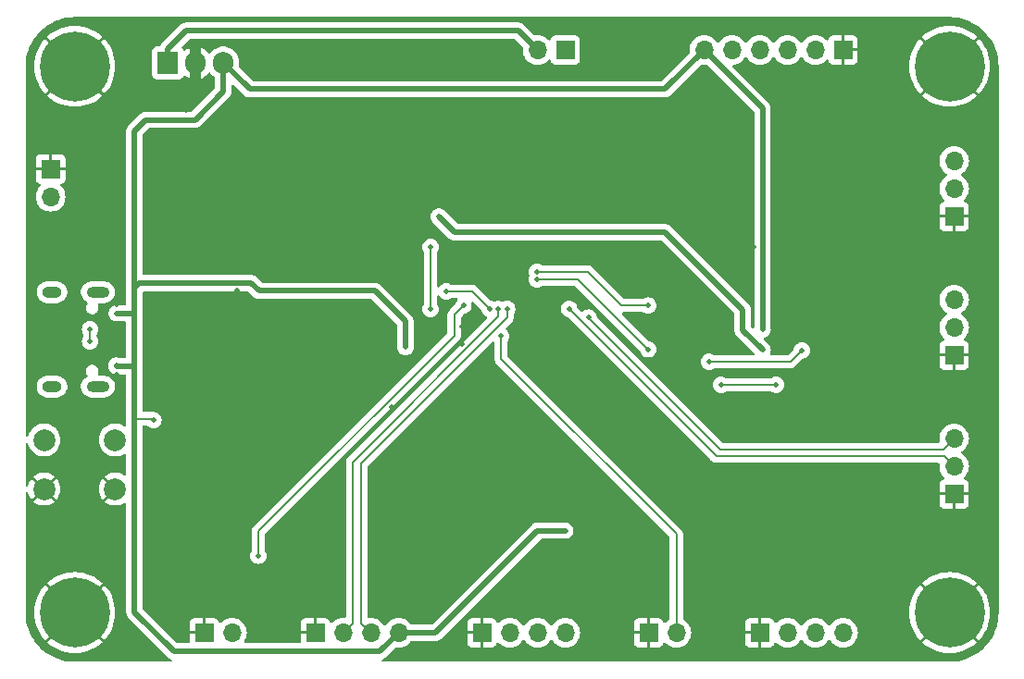
<source format=gbr>
%TF.GenerationSoftware,KiCad,Pcbnew,8.0.1*%
%TF.CreationDate,2024-04-29T10:33:51+02:00*%
%TF.ProjectId,PCB_SMD_Hotplate,5043425f-534d-4445-9f48-6f74706c6174,rev?*%
%TF.SameCoordinates,Original*%
%TF.FileFunction,Copper,L2,Bot*%
%TF.FilePolarity,Positive*%
%FSLAX46Y46*%
G04 Gerber Fmt 4.6, Leading zero omitted, Abs format (unit mm)*
G04 Created by KiCad (PCBNEW 8.0.1) date 2024-04-29 10:33:51*
%MOMM*%
%LPD*%
G01*
G04 APERTURE LIST*
%TA.AperFunction,ComponentPad*%
%ADD10R,1.700000X1.700000*%
%TD*%
%TA.AperFunction,ComponentPad*%
%ADD11O,1.700000X1.700000*%
%TD*%
%TA.AperFunction,ComponentPad*%
%ADD12C,0.800000*%
%TD*%
%TA.AperFunction,ComponentPad*%
%ADD13C,6.400000*%
%TD*%
%TA.AperFunction,ComponentPad*%
%ADD14R,1.905000X2.000000*%
%TD*%
%TA.AperFunction,ComponentPad*%
%ADD15O,1.905000X2.000000*%
%TD*%
%TA.AperFunction,ComponentPad*%
%ADD16C,2.000000*%
%TD*%
%TA.AperFunction,ComponentPad*%
%ADD17O,2.100000X1.000000*%
%TD*%
%TA.AperFunction,ComponentPad*%
%ADD18O,1.800000X1.000000*%
%TD*%
%TA.AperFunction,ViaPad*%
%ADD19C,0.500000*%
%TD*%
%TA.AperFunction,Conductor*%
%ADD20C,0.200000*%
%TD*%
%TA.AperFunction,Conductor*%
%ADD21C,0.500000*%
%TD*%
G04 APERTURE END LIST*
D10*
%TO.P,J5,1,Pin_1*%
%TO.N,FAN_N*%
X149860000Y-63500000D03*
D11*
%TO.P,J5,2,Pin_2*%
%TO.N,+12V*%
X147320000Y-63500000D03*
%TD*%
D12*
%TO.P,H3,1,1*%
%TO.N,GND*%
X102600000Y-115000000D03*
X103302944Y-113302944D03*
X103302944Y-116697056D03*
X105000000Y-112600000D03*
D13*
X105000000Y-115000000D03*
D12*
X105000000Y-117400000D03*
X106697056Y-113302944D03*
X106697056Y-116697056D03*
X107400000Y-115000000D03*
%TD*%
D10*
%TO.P,J8,1,Pin_1*%
%TO.N,GND*%
X157480000Y-116840000D03*
D11*
%TO.P,J8,2,Pin_2*%
%TO.N,SSR_UC*%
X160020000Y-116840000D03*
%TD*%
D12*
%TO.P,H4,1,1*%
%TO.N,GND*%
X182600000Y-115000000D03*
X183302944Y-113302944D03*
X183302944Y-116697056D03*
X185000000Y-112600000D03*
D13*
X185000000Y-115000000D03*
D12*
X185000000Y-117400000D03*
X186697056Y-113302944D03*
X186697056Y-116697056D03*
X187400000Y-115000000D03*
%TD*%
D10*
%TO.P,J1,1,Pin_1*%
%TO.N,GND*%
X102800000Y-74400000D03*
D11*
%TO.P,J1,2,Pin_2*%
%TO.N,+12V*%
X102800000Y-76940000D03*
%TD*%
D10*
%TO.P,J4,1,Pin_1*%
%TO.N,GND*%
X127000000Y-116840000D03*
D11*
%TO.P,J4,2,Pin_2*%
%TO.N,I2C_SCL_UC*%
X129540000Y-116840000D03*
%TO.P,J4,3,Pin_3*%
%TO.N,I2C_SDA_UC*%
X132080000Y-116840000D03*
%TO.P,J4,4,Pin_4*%
%TO.N,+5V*%
X134620000Y-116840000D03*
%TD*%
D10*
%TO.P,J3,1,Pin_1*%
%TO.N,GND*%
X185420000Y-104140000D03*
D11*
%TO.P,J3,2,Pin_2*%
%TO.N,ADC_IN_02*%
X185420000Y-101600000D03*
%TO.P,J3,3,Pin_3*%
%TO.N,ADC_IN_01*%
X185420000Y-99060000D03*
%TD*%
D10*
%TO.P,J7,1,Pin_1*%
%TO.N,GND*%
X142240000Y-116840000D03*
D11*
%TO.P,J7,2,Pin_2*%
%TO.N,ENCODER_SW*%
X144780000Y-116840000D03*
%TO.P,J7,3,Pin_3*%
%TO.N,ENCODER_B*%
X147320000Y-116840000D03*
%TO.P,J7,4,Pin_4*%
%TO.N,ENCODER_A*%
X149860000Y-116840000D03*
%TD*%
D12*
%TO.P,H1,1,1*%
%TO.N,GND*%
X102600000Y-65000000D03*
X103302944Y-63302944D03*
X103302944Y-66697056D03*
X105000000Y-62600000D03*
D13*
X105000000Y-65000000D03*
D12*
X105000000Y-67400000D03*
X106697056Y-63302944D03*
X106697056Y-66697056D03*
X107400000Y-65000000D03*
%TD*%
D10*
%TO.P,J11,1,Pin_1*%
%TO.N,GND*%
X185420000Y-91440000D03*
D11*
%TO.P,J11,2,Pin_2*%
%TO.N,DIFF_OPAMP_02-*%
X185420000Y-88900000D03*
%TO.P,J11,3,Pin_3*%
%TO.N,DIFF_OPAMP_02+*%
X185420000Y-86360000D03*
%TD*%
D10*
%TO.P,J12,1,Pin_1*%
%TO.N,GND*%
X167640000Y-116840000D03*
D11*
%TO.P,J12,2,Pin_2*%
%TO.N,PIN_08_UC*%
X170180000Y-116840000D03*
%TO.P,J12,3,Pin_3*%
%TO.N,PIN_09_UC*%
X172720000Y-116840000D03*
%TO.P,J12,4,Pin_4*%
%TO.N,PIN_10_UC*%
X175260000Y-116840000D03*
%TD*%
D14*
%TO.P,U1,1,VI*%
%TO.N,+12V*%
X113520000Y-64700000D03*
D15*
%TO.P,U1,2,GND*%
%TO.N,GND*%
X116060000Y-64700000D03*
%TO.P,U1,3,VO*%
%TO.N,+5V*%
X118600000Y-64700000D03*
%TD*%
D16*
%TO.P,SW1,1,1*%
%TO.N,RST_UC*%
X102200000Y-99200000D03*
X108700000Y-99200000D03*
%TO.P,SW1,2,2*%
%TO.N,GND*%
X102200000Y-103700000D03*
X108700000Y-103700000D03*
%TD*%
D12*
%TO.P,H2,1,1*%
%TO.N,GND*%
X182600000Y-65000000D03*
X183302944Y-63302944D03*
X183302944Y-66697056D03*
X185000000Y-62600000D03*
D13*
X185000000Y-65000000D03*
D12*
X185000000Y-67400000D03*
X186697056Y-63302944D03*
X186697056Y-66697056D03*
X187400000Y-65000000D03*
%TD*%
D10*
%TO.P,J9,1,Pin_1*%
%TO.N,GND*%
X175260000Y-63500000D03*
D11*
%TO.P,J9,2,Pin_2*%
%TO.N,SPI_MOSI_UC*%
X172720000Y-63500000D03*
%TO.P,J9,3,Pin_3*%
%TO.N,SPI_MISO_UC*%
X170180000Y-63500000D03*
%TO.P,J9,4,Pin_4*%
%TO.N,SPI_SCLK_UC*%
X167640000Y-63500000D03*
%TO.P,J9,5,Pin_5*%
%TO.N,RST_UC*%
X165100000Y-63500000D03*
%TO.P,J9,6,Pin_6*%
%TO.N,+5V*%
X162560000Y-63500000D03*
%TD*%
D10*
%TO.P,J6,1,Pin_1*%
%TO.N,GND*%
X116840000Y-116840000D03*
D11*
%TO.P,J6,2,Pin_2*%
%TO.N,LED_OUT*%
X119380000Y-116840000D03*
%TD*%
D17*
%TO.P,J2,S1,SHIELD*%
%TO.N,unconnected-(J2-SHIELD-PadS1)_0*%
X107125000Y-85680000D03*
D18*
%TO.N,unconnected-(J2-SHIELD-PadS1)_1*%
X102925000Y-85680000D03*
D17*
%TO.N,unconnected-(J2-SHIELD-PadS1)*%
X107125000Y-94320000D03*
D18*
%TO.N,unconnected-(J2-SHIELD-PadS1)_2*%
X102925000Y-94320000D03*
%TD*%
D10*
%TO.P,J10,1,Pin_1*%
%TO.N,GND*%
X185420000Y-78740000D03*
D11*
%TO.P,J10,2,Pin_2*%
%TO.N,DIFF_OPAMP_01-*%
X185420000Y-76200000D03*
%TO.P,J10,3,Pin_3*%
%TO.N,DIFF_OPAMP_01+*%
X185420000Y-73660000D03*
%TD*%
D19*
%TO.N,DIFF_IN_02*%
X157450000Y-90900000D03*
%TO.N,DIFF_IN_01*%
X157450000Y-86900000D03*
%TO.N,DIFF_IN_02*%
X147250000Y-84500003D03*
%TO.N,DIFF_IN_01*%
X147250000Y-83800000D03*
%TO.N,Net-(D5-A)*%
X163000000Y-92050000D03*
X171500000Y-91000000D03*
%TO.N,GND*%
X180200000Y-74400000D03*
X115350000Y-85900000D03*
X115500000Y-107750000D03*
X149900000Y-78450000D03*
X131700000Y-90050000D03*
X113850000Y-91700000D03*
X146250000Y-89600000D03*
X140400000Y-88800000D03*
X112250000Y-105050000D03*
X112600000Y-79900000D03*
X108800000Y-93250000D03*
X180200000Y-84150000D03*
X134000000Y-96200000D03*
X140400000Y-90450000D03*
X135350000Y-77700000D03*
X167050000Y-81550000D03*
X136400000Y-87750000D03*
X108850000Y-86750000D03*
X162400000Y-80650000D03*
X136750000Y-74800000D03*
X150450000Y-88850000D03*
X147600000Y-78550000D03*
X128800000Y-93500000D03*
X119850000Y-85555000D03*
X168950000Y-97100000D03*
X121300000Y-79900000D03*
X134000000Y-88600000D03*
X130550000Y-65750000D03*
X113850000Y-88700000D03*
X173800000Y-98050000D03*
X115200000Y-69000000D03*
%TO.N,+5V*%
X149860000Y-107500000D03*
X108850000Y-87600000D03*
X108800000Y-92400000D03*
X121850000Y-85555000D03*
X147300000Y-107500000D03*
X112200000Y-97400000D03*
X167900000Y-89100000D03*
X135250000Y-90700000D03*
%TO.N,RST_UC*%
X139000000Y-85600000D03*
X142950000Y-87200000D03*
%TO.N,-5V*%
X167900000Y-90950000D03*
X138300000Y-78750000D03*
%TO.N,LED_OUT*%
X121800000Y-109800000D03*
X140550000Y-86900000D03*
%TO.N,/USB_D-*%
X106406003Y-89050000D03*
X106401409Y-90200000D03*
%TO.N,ADC_IN_01*%
X152000000Y-88000000D03*
%TO.N,ADC_IN_02*%
X150200000Y-87200000D03*
%TO.N,I2C_SDA_UC*%
X144550000Y-87200000D03*
%TO.N,I2C_SCL_UC*%
X143750000Y-87200000D03*
%TO.N,SSR_UC*%
X144000000Y-89700000D03*
%TO.N,FAN_OUT*%
X137550000Y-81550000D03*
X137550000Y-87200000D03*
%TO.N,Net-(U4D-+)*%
X169150000Y-94150000D03*
X164100000Y-94150000D03*
%TD*%
D20*
%TO.N,DIFF_IN_01*%
X155000000Y-86900000D02*
X151900000Y-83800000D01*
X157450000Y-86900000D02*
X155000000Y-86900000D01*
X151900000Y-83800000D02*
X147250000Y-83800000D01*
%TO.N,DIFF_IN_02*%
X151000003Y-84500003D02*
X147250000Y-84500003D01*
X157450000Y-90900000D02*
X157400000Y-90900000D01*
X157400000Y-90900000D02*
X151000003Y-84500003D01*
%TO.N,Net-(D5-A)*%
X170450000Y-92050000D02*
X171500000Y-91000000D01*
X163000000Y-92050000D02*
X170450000Y-92050000D01*
%TO.N,ADC_IN_01*%
X184430000Y-100050000D02*
X185420000Y-99060000D01*
X164000000Y-100050000D02*
X184430000Y-100050000D01*
X152000000Y-88050000D02*
X164000000Y-100050000D01*
X152000000Y-88000000D02*
X152000000Y-88050000D01*
%TO.N,ADC_IN_02*%
X163700000Y-100700000D02*
X184520000Y-100700000D01*
X150200000Y-87200000D02*
X163700000Y-100700000D01*
X184520000Y-100700000D02*
X185420000Y-101600000D01*
D21*
%TO.N,+12V*%
X147320000Y-63500000D02*
X145570000Y-61750000D01*
X113520000Y-63430000D02*
X113520000Y-64700000D01*
X115200000Y-61750000D02*
X113520000Y-63430000D01*
X145570000Y-61750000D02*
X115200000Y-61750000D01*
%TO.N,+5V*%
X110845000Y-84855000D02*
X121150000Y-84855000D01*
X110450000Y-97250000D02*
X110450000Y-92450000D01*
X134620000Y-116840000D02*
X132910000Y-118550000D01*
X110450000Y-87600000D02*
X110450000Y-85250000D01*
X110450000Y-85250000D02*
X110450000Y-70950000D01*
X110450000Y-85250000D02*
X110845000Y-84855000D01*
X114050000Y-118550000D02*
X110450000Y-114950000D01*
D20*
X112200000Y-97400000D02*
X112050000Y-97250000D01*
D21*
X110450000Y-114950000D02*
X110450000Y-97250000D01*
X108850000Y-92450000D02*
X110450000Y-92450000D01*
X121150000Y-84855000D02*
X121850000Y-85555000D01*
X110450000Y-92450000D02*
X110450000Y-87600000D01*
X162560000Y-63500000D02*
X158960000Y-67100000D01*
X147300000Y-107500000D02*
X149860000Y-107500000D01*
X167900000Y-89100000D02*
X167900000Y-68840000D01*
X158960000Y-67100000D02*
X121000000Y-67100000D01*
X108850000Y-87600000D02*
X110450000Y-87600000D01*
D20*
X112050000Y-97250000D02*
X110450000Y-97250000D01*
D21*
X121000000Y-67100000D02*
X118600000Y-64700000D01*
X121850000Y-85555000D02*
X132455000Y-85555000D01*
X135250000Y-88350000D02*
X135250000Y-90700000D01*
X134620000Y-116840000D02*
X137960000Y-116840000D01*
X132455000Y-85555000D02*
X135250000Y-88350000D01*
X167900000Y-68840000D02*
X162560000Y-63500000D01*
X116000000Y-69900000D02*
X118600000Y-67300000D01*
X108800000Y-92400000D02*
X108850000Y-92450000D01*
X110450000Y-70950000D02*
X111500000Y-69900000D01*
X132910000Y-118550000D02*
X114050000Y-118550000D01*
X111500000Y-69900000D02*
X116000000Y-69900000D01*
X118600000Y-67300000D02*
X118600000Y-64700000D01*
X137960000Y-116840000D02*
X147300000Y-107500000D01*
D20*
%TO.N,RST_UC*%
X139000000Y-85600000D02*
X141350000Y-85600000D01*
X141350000Y-85600000D02*
X142950000Y-87200000D01*
D21*
%TO.N,-5V*%
X166100000Y-89150000D02*
X167900000Y-90950000D01*
X138300000Y-78750000D02*
X139750000Y-80200000D01*
X166100000Y-87300000D02*
X166100000Y-89150000D01*
X159000000Y-80200000D02*
X166100000Y-87300000D01*
X139750000Y-80200000D02*
X159000000Y-80200000D01*
D20*
%TO.N,LED_OUT*%
X121800000Y-109800000D02*
X121800000Y-107550000D01*
X139700000Y-89650000D02*
X139700000Y-87750000D01*
X139700000Y-87750000D02*
X140550000Y-86900000D01*
X121800000Y-107550000D02*
X139700000Y-89650000D01*
%TO.N,/USB_D-*%
X106401409Y-89054594D02*
X106401409Y-90200000D01*
X106406003Y-89050000D02*
X106401409Y-89054594D01*
%TO.N,I2C_SDA_UC*%
X131200000Y-101350000D02*
X144550000Y-88000000D01*
X131200000Y-115960000D02*
X131200000Y-101350000D01*
X132080000Y-116840000D02*
X131200000Y-115960000D01*
X144550000Y-88000000D02*
X144550000Y-87200000D01*
%TO.N,I2C_SCL_UC*%
X130400000Y-115980000D02*
X129540000Y-116840000D01*
X130400000Y-101227818D02*
X130400000Y-115980000D01*
X143750000Y-87877818D02*
X130400000Y-101227818D01*
X143750000Y-87200000D02*
X143750000Y-87877818D01*
%TO.N,SSR_UC*%
X144000000Y-89700000D02*
X144000000Y-91800000D01*
X160020000Y-107820000D02*
X160020000Y-116840000D01*
X144000000Y-91800000D02*
X160020000Y-107820000D01*
%TO.N,FAN_OUT*%
X137550000Y-81550000D02*
X137550000Y-87200000D01*
%TO.N,Net-(U4D-+)*%
X169150000Y-94150000D02*
X164100000Y-94150000D01*
%TD*%
%TA.AperFunction,Conductor*%
%TO.N,GND*%
G36*
X185002702Y-60500617D02*
G01*
X185386771Y-60517386D01*
X185397506Y-60518326D01*
X185775971Y-60568152D01*
X185786597Y-60570025D01*
X186159284Y-60652648D01*
X186169710Y-60655442D01*
X186533765Y-60770227D01*
X186543911Y-60773920D01*
X186896578Y-60920000D01*
X186906369Y-60924566D01*
X187244942Y-61100816D01*
X187254310Y-61106224D01*
X187576244Y-61311318D01*
X187585105Y-61317523D01*
X187887930Y-61549889D01*
X187896217Y-61556843D01*
X188177635Y-61814715D01*
X188185284Y-61822364D01*
X188443156Y-62103782D01*
X188450110Y-62112069D01*
X188682476Y-62414894D01*
X188688681Y-62423755D01*
X188893775Y-62745689D01*
X188899183Y-62755057D01*
X189075430Y-63093623D01*
X189080002Y-63103427D01*
X189226075Y-63456078D01*
X189229775Y-63466244D01*
X189344554Y-63830278D01*
X189347354Y-63840727D01*
X189429971Y-64213389D01*
X189431849Y-64224042D01*
X189481671Y-64602473D01*
X189482614Y-64613249D01*
X189499382Y-64997297D01*
X189499500Y-65002706D01*
X189499500Y-114997293D01*
X189499382Y-115002702D01*
X189482614Y-115386750D01*
X189481671Y-115397526D01*
X189431849Y-115775957D01*
X189429971Y-115786610D01*
X189347354Y-116159272D01*
X189344554Y-116169721D01*
X189229775Y-116533755D01*
X189226075Y-116543921D01*
X189080002Y-116896572D01*
X189075430Y-116906376D01*
X188899183Y-117244942D01*
X188893775Y-117254310D01*
X188688681Y-117576244D01*
X188682476Y-117585105D01*
X188450110Y-117887930D01*
X188443156Y-117896217D01*
X188185284Y-118177635D01*
X188177635Y-118185284D01*
X187896217Y-118443156D01*
X187887930Y-118450110D01*
X187585105Y-118682476D01*
X187576244Y-118688681D01*
X187254310Y-118893775D01*
X187244942Y-118899183D01*
X186906376Y-119075430D01*
X186896572Y-119080002D01*
X186543921Y-119226075D01*
X186533755Y-119229775D01*
X186169721Y-119344554D01*
X186159272Y-119347354D01*
X185786610Y-119429971D01*
X185775957Y-119431849D01*
X185397526Y-119481671D01*
X185386750Y-119482614D01*
X185002703Y-119499382D01*
X184997294Y-119499500D01*
X133202244Y-119499500D01*
X133135205Y-119479815D01*
X133089450Y-119427011D01*
X133079506Y-119357853D01*
X133108531Y-119294297D01*
X133154791Y-119260939D01*
X133265495Y-119215084D01*
X133314729Y-119182186D01*
X133314734Y-119182183D01*
X133339071Y-119165921D01*
X133388416Y-119132952D01*
X134308498Y-118212867D01*
X134369819Y-118179384D01*
X134406983Y-118177022D01*
X134549861Y-118189522D01*
X134619999Y-118195659D01*
X134620000Y-118195659D01*
X134620001Y-118195659D01*
X134684681Y-118190000D01*
X134855408Y-118175063D01*
X135083663Y-118113903D01*
X135297830Y-118014035D01*
X135491401Y-117878495D01*
X135632052Y-117737844D01*
X140890000Y-117737844D01*
X140896401Y-117797372D01*
X140896403Y-117797379D01*
X140946645Y-117932086D01*
X140946649Y-117932093D01*
X141032809Y-118047187D01*
X141032812Y-118047190D01*
X141147906Y-118133350D01*
X141147913Y-118133354D01*
X141282620Y-118183596D01*
X141282627Y-118183598D01*
X141342155Y-118189999D01*
X141342172Y-118190000D01*
X142115000Y-118190000D01*
X142115000Y-117324144D01*
X142174174Y-117340000D01*
X142305826Y-117340000D01*
X142365000Y-117324144D01*
X142365000Y-118190000D01*
X143137828Y-118190000D01*
X143137844Y-118189999D01*
X143197372Y-118183598D01*
X143197379Y-118183596D01*
X143332086Y-118133354D01*
X143332093Y-118133350D01*
X143447187Y-118047190D01*
X143447190Y-118047187D01*
X143533350Y-117932093D01*
X143533354Y-117932086D01*
X143582422Y-117800529D01*
X143624293Y-117744595D01*
X143689757Y-117720178D01*
X143758030Y-117735030D01*
X143786285Y-117756181D01*
X143908599Y-117878495D01*
X143922074Y-117887930D01*
X144102165Y-118014032D01*
X144102167Y-118014033D01*
X144102170Y-118014035D01*
X144316337Y-118113903D01*
X144544592Y-118175063D01*
X144715319Y-118190000D01*
X144779999Y-118195659D01*
X144780000Y-118195659D01*
X144780001Y-118195659D01*
X144844681Y-118190000D01*
X145015408Y-118175063D01*
X145243663Y-118113903D01*
X145457830Y-118014035D01*
X145651401Y-117878495D01*
X145818495Y-117711401D01*
X145948425Y-117525842D01*
X146003002Y-117482217D01*
X146072500Y-117475023D01*
X146134855Y-117506546D01*
X146151575Y-117525842D01*
X146281500Y-117711395D01*
X146281505Y-117711401D01*
X146448599Y-117878495D01*
X146462074Y-117887930D01*
X146642165Y-118014032D01*
X146642167Y-118014033D01*
X146642170Y-118014035D01*
X146856337Y-118113903D01*
X147084592Y-118175063D01*
X147255319Y-118190000D01*
X147319999Y-118195659D01*
X147320000Y-118195659D01*
X147320001Y-118195659D01*
X147384681Y-118190000D01*
X147555408Y-118175063D01*
X147783663Y-118113903D01*
X147997830Y-118014035D01*
X148191401Y-117878495D01*
X148358495Y-117711401D01*
X148488425Y-117525842D01*
X148543002Y-117482217D01*
X148612500Y-117475023D01*
X148674855Y-117506546D01*
X148691575Y-117525842D01*
X148821500Y-117711395D01*
X148821505Y-117711401D01*
X148988599Y-117878495D01*
X149002074Y-117887930D01*
X149182165Y-118014032D01*
X149182167Y-118014033D01*
X149182170Y-118014035D01*
X149396337Y-118113903D01*
X149624592Y-118175063D01*
X149795319Y-118190000D01*
X149859999Y-118195659D01*
X149860000Y-118195659D01*
X149860001Y-118195659D01*
X149924681Y-118190000D01*
X150095408Y-118175063D01*
X150323663Y-118113903D01*
X150537830Y-118014035D01*
X150731401Y-117878495D01*
X150898495Y-117711401D01*
X151034035Y-117517830D01*
X151133903Y-117303663D01*
X151195063Y-117075408D01*
X151215659Y-116840000D01*
X151195063Y-116604592D01*
X151133903Y-116376337D01*
X151034035Y-116162171D01*
X151032006Y-116159272D01*
X150898494Y-115968597D01*
X150731402Y-115801506D01*
X150731395Y-115801501D01*
X150537834Y-115665967D01*
X150537830Y-115665965D01*
X150434855Y-115617947D01*
X150323663Y-115566097D01*
X150323659Y-115566096D01*
X150323655Y-115566094D01*
X150095413Y-115504938D01*
X150095403Y-115504936D01*
X149860001Y-115484341D01*
X149859999Y-115484341D01*
X149624596Y-115504936D01*
X149624586Y-115504938D01*
X149396344Y-115566094D01*
X149396335Y-115566098D01*
X149182171Y-115665964D01*
X149182169Y-115665965D01*
X148988597Y-115801505D01*
X148821505Y-115968597D01*
X148691575Y-116154158D01*
X148636998Y-116197783D01*
X148567500Y-116204977D01*
X148505145Y-116173454D01*
X148488425Y-116154158D01*
X148358494Y-115968597D01*
X148191402Y-115801506D01*
X148191395Y-115801501D01*
X147997834Y-115665967D01*
X147997830Y-115665965D01*
X147894855Y-115617947D01*
X147783663Y-115566097D01*
X147783659Y-115566096D01*
X147783655Y-115566094D01*
X147555413Y-115504938D01*
X147555403Y-115504936D01*
X147320001Y-115484341D01*
X147319999Y-115484341D01*
X147084596Y-115504936D01*
X147084586Y-115504938D01*
X146856344Y-115566094D01*
X146856335Y-115566098D01*
X146642171Y-115665964D01*
X146642169Y-115665965D01*
X146448597Y-115801505D01*
X146281505Y-115968597D01*
X146151575Y-116154158D01*
X146096998Y-116197783D01*
X146027500Y-116204977D01*
X145965145Y-116173454D01*
X145948425Y-116154158D01*
X145818494Y-115968597D01*
X145651402Y-115801506D01*
X145651395Y-115801501D01*
X145457834Y-115665967D01*
X145457830Y-115665965D01*
X145354855Y-115617947D01*
X145243663Y-115566097D01*
X145243659Y-115566096D01*
X145243655Y-115566094D01*
X145015413Y-115504938D01*
X145015403Y-115504936D01*
X144780001Y-115484341D01*
X144779999Y-115484341D01*
X144544596Y-115504936D01*
X144544586Y-115504938D01*
X144316344Y-115566094D01*
X144316335Y-115566098D01*
X144102171Y-115665964D01*
X144102169Y-115665965D01*
X143908600Y-115801503D01*
X143786284Y-115923819D01*
X143724961Y-115957303D01*
X143655269Y-115952319D01*
X143599336Y-115910447D01*
X143582421Y-115879470D01*
X143533354Y-115747913D01*
X143533350Y-115747906D01*
X143447190Y-115632812D01*
X143447187Y-115632809D01*
X143332093Y-115546649D01*
X143332086Y-115546645D01*
X143197379Y-115496403D01*
X143197372Y-115496401D01*
X143137844Y-115490000D01*
X142365000Y-115490000D01*
X142365000Y-116355855D01*
X142305826Y-116340000D01*
X142174174Y-116340000D01*
X142115000Y-116355855D01*
X142115000Y-115490000D01*
X141342155Y-115490000D01*
X141282627Y-115496401D01*
X141282620Y-115496403D01*
X141147913Y-115546645D01*
X141147906Y-115546649D01*
X141032812Y-115632809D01*
X141032809Y-115632812D01*
X140946649Y-115747906D01*
X140946645Y-115747913D01*
X140896403Y-115882620D01*
X140896401Y-115882627D01*
X140890000Y-115942155D01*
X140890000Y-116715000D01*
X141755856Y-116715000D01*
X141740000Y-116774174D01*
X141740000Y-116905826D01*
X141755856Y-116965000D01*
X140890000Y-116965000D01*
X140890000Y-117737844D01*
X135632052Y-117737844D01*
X135658495Y-117711401D01*
X135706127Y-117643376D01*
X135760704Y-117599751D01*
X135807701Y-117590500D01*
X138033920Y-117590500D01*
X138131462Y-117571096D01*
X138178913Y-117561658D01*
X138315495Y-117505084D01*
X138412151Y-117440501D01*
X138438416Y-117422952D01*
X147574548Y-108286818D01*
X147635871Y-108253334D01*
X147662229Y-108250500D01*
X149810890Y-108250500D01*
X149824774Y-108251280D01*
X149859998Y-108255249D01*
X149860000Y-108255249D01*
X149860002Y-108255249D01*
X149895226Y-108251280D01*
X149909110Y-108250500D01*
X149933918Y-108250500D01*
X149970317Y-108243259D01*
X149980599Y-108241659D01*
X150028059Y-108236313D01*
X150049911Y-108228665D01*
X150066660Y-108224094D01*
X150078913Y-108221658D01*
X150124531Y-108202762D01*
X150130988Y-108200295D01*
X150187690Y-108180456D01*
X150196836Y-108174708D01*
X150215365Y-108165138D01*
X150215415Y-108165116D01*
X150215495Y-108165084D01*
X150266780Y-108130815D01*
X150269618Y-108128975D01*
X150330890Y-108090477D01*
X150450477Y-107970890D01*
X150488975Y-107909618D01*
X150490821Y-107906772D01*
X150525084Y-107855495D01*
X150525138Y-107855365D01*
X150534708Y-107836836D01*
X150540456Y-107827690D01*
X150560295Y-107770988D01*
X150562762Y-107764531D01*
X150581655Y-107718920D01*
X150581654Y-107718920D01*
X150581658Y-107718913D01*
X150584094Y-107706660D01*
X150588665Y-107689911D01*
X150596313Y-107668059D01*
X150601659Y-107620599D01*
X150603259Y-107610317D01*
X150610500Y-107573918D01*
X150610500Y-107549108D01*
X150611280Y-107535223D01*
X150615249Y-107500000D01*
X150615249Y-107499997D01*
X150611280Y-107464774D01*
X150610500Y-107450890D01*
X150610500Y-107426081D01*
X150603261Y-107389692D01*
X150601659Y-107379398D01*
X150596313Y-107331941D01*
X150591508Y-107318209D01*
X150588671Y-107310101D01*
X150584094Y-107293332D01*
X150581660Y-107281095D01*
X150581658Y-107281087D01*
X150562766Y-107235477D01*
X150560285Y-107228979D01*
X150543596Y-107181285D01*
X150540456Y-107172310D01*
X150534708Y-107163162D01*
X150525143Y-107144648D01*
X150525084Y-107144505D01*
X150490834Y-107093247D01*
X150488949Y-107090338D01*
X150450476Y-107029109D01*
X150330889Y-106909522D01*
X150269677Y-106871060D01*
X150266760Y-106869169D01*
X150215495Y-106834916D01*
X150215488Y-106834912D01*
X150215340Y-106834851D01*
X150196844Y-106825295D01*
X150187694Y-106819546D01*
X150187691Y-106819544D01*
X150187690Y-106819544D01*
X150131003Y-106799708D01*
X150124532Y-106797238D01*
X150078913Y-106778342D01*
X150078911Y-106778341D01*
X150078910Y-106778341D01*
X150072799Y-106777125D01*
X150066659Y-106775904D01*
X150049902Y-106771330D01*
X150028059Y-106763687D01*
X150028060Y-106763687D01*
X149996794Y-106760163D01*
X149980614Y-106758340D01*
X149970312Y-106756739D01*
X149970307Y-106756738D01*
X149933918Y-106749500D01*
X149933917Y-106749500D01*
X149909110Y-106749500D01*
X149895226Y-106748720D01*
X149860002Y-106744751D01*
X149859998Y-106744751D01*
X149824774Y-106748720D01*
X149810890Y-106749500D01*
X147349110Y-106749500D01*
X147335226Y-106748720D01*
X147300002Y-106744751D01*
X147299998Y-106744751D01*
X147264774Y-106748720D01*
X147250890Y-106749500D01*
X147226076Y-106749500D01*
X147197245Y-106755234D01*
X147197246Y-106755235D01*
X147197241Y-106755236D01*
X147189688Y-106756738D01*
X147179382Y-106758341D01*
X147131937Y-106763687D01*
X147110104Y-106771327D01*
X147093352Y-106775901D01*
X147081086Y-106778341D01*
X147081084Y-106778342D01*
X147035473Y-106797234D01*
X147028980Y-106799713D01*
X146972314Y-106819542D01*
X146972303Y-106819547D01*
X146963146Y-106825300D01*
X146944664Y-106834849D01*
X146944513Y-106834911D01*
X146944499Y-106834918D01*
X146893254Y-106869159D01*
X146890339Y-106871048D01*
X146829114Y-106909519D01*
X146829107Y-106909525D01*
X146821585Y-106917048D01*
X137685451Y-116053181D01*
X137624128Y-116086666D01*
X137597770Y-116089500D01*
X135807701Y-116089500D01*
X135740662Y-116069815D01*
X135706126Y-116036623D01*
X135658494Y-115968597D01*
X135491402Y-115801506D01*
X135491395Y-115801501D01*
X135297834Y-115665967D01*
X135297830Y-115665965D01*
X135194855Y-115617947D01*
X135083663Y-115566097D01*
X135083659Y-115566096D01*
X135083655Y-115566094D01*
X134855413Y-115504938D01*
X134855403Y-115504936D01*
X134620001Y-115484341D01*
X134619999Y-115484341D01*
X134384596Y-115504936D01*
X134384586Y-115504938D01*
X134156344Y-115566094D01*
X134156335Y-115566098D01*
X133942171Y-115665964D01*
X133942169Y-115665965D01*
X133748597Y-115801505D01*
X133581505Y-115968597D01*
X133451575Y-116154158D01*
X133396998Y-116197783D01*
X133327500Y-116204977D01*
X133265145Y-116173454D01*
X133248425Y-116154158D01*
X133118494Y-115968597D01*
X132951402Y-115801506D01*
X132951395Y-115801501D01*
X132757834Y-115665967D01*
X132757830Y-115665965D01*
X132654855Y-115617947D01*
X132543663Y-115566097D01*
X132543659Y-115566096D01*
X132543655Y-115566094D01*
X132315413Y-115504938D01*
X132315403Y-115504936D01*
X132080001Y-115484341D01*
X132079998Y-115484341D01*
X131935307Y-115497000D01*
X131866807Y-115483233D01*
X131816624Y-115434618D01*
X131800500Y-115373472D01*
X131800500Y-101650096D01*
X131820185Y-101583057D01*
X131836814Y-101562420D01*
X143187819Y-90211414D01*
X143249142Y-90177930D01*
X143318834Y-90182914D01*
X143374767Y-90224786D01*
X143399184Y-90290250D01*
X143399500Y-90299096D01*
X143399500Y-91713330D01*
X143399499Y-91713348D01*
X143399499Y-91879054D01*
X143399498Y-91879054D01*
X143399499Y-91879057D01*
X143440423Y-92031785D01*
X143447764Y-92044500D01*
X143447766Y-92044508D01*
X143447769Y-92044507D01*
X143500290Y-92135478D01*
X143519479Y-92168714D01*
X143519481Y-92168717D01*
X143638349Y-92287585D01*
X143638355Y-92287590D01*
X159383181Y-108032416D01*
X159416666Y-108093739D01*
X159419500Y-108120097D01*
X159419500Y-115550908D01*
X159399815Y-115617947D01*
X159347914Y-115663286D01*
X159342173Y-115665963D01*
X159342169Y-115665965D01*
X159148600Y-115801503D01*
X159026284Y-115923819D01*
X158964961Y-115957303D01*
X158895269Y-115952319D01*
X158839336Y-115910447D01*
X158822421Y-115879470D01*
X158773354Y-115747913D01*
X158773350Y-115747906D01*
X158687190Y-115632812D01*
X158687187Y-115632809D01*
X158572093Y-115546649D01*
X158572086Y-115546645D01*
X158437379Y-115496403D01*
X158437372Y-115496401D01*
X158377844Y-115490000D01*
X157605000Y-115490000D01*
X157605000Y-116355855D01*
X157545826Y-116340000D01*
X157414174Y-116340000D01*
X157355000Y-116355855D01*
X157355000Y-115490000D01*
X156582155Y-115490000D01*
X156522627Y-115496401D01*
X156522620Y-115496403D01*
X156387913Y-115546645D01*
X156387906Y-115546649D01*
X156272812Y-115632809D01*
X156272809Y-115632812D01*
X156186649Y-115747906D01*
X156186645Y-115747913D01*
X156136403Y-115882620D01*
X156136401Y-115882627D01*
X156130000Y-115942155D01*
X156130000Y-116715000D01*
X156995856Y-116715000D01*
X156980000Y-116774174D01*
X156980000Y-116905826D01*
X156995856Y-116965000D01*
X156130000Y-116965000D01*
X156130000Y-117737844D01*
X156136401Y-117797372D01*
X156136403Y-117797379D01*
X156186645Y-117932086D01*
X156186649Y-117932093D01*
X156272809Y-118047187D01*
X156272812Y-118047190D01*
X156387906Y-118133350D01*
X156387913Y-118133354D01*
X156522620Y-118183596D01*
X156522627Y-118183598D01*
X156582155Y-118189999D01*
X156582172Y-118190000D01*
X157355000Y-118190000D01*
X157355000Y-117324144D01*
X157414174Y-117340000D01*
X157545826Y-117340000D01*
X157605000Y-117324144D01*
X157605000Y-118190000D01*
X158377828Y-118190000D01*
X158377844Y-118189999D01*
X158437372Y-118183598D01*
X158437379Y-118183596D01*
X158572086Y-118133354D01*
X158572093Y-118133350D01*
X158687187Y-118047190D01*
X158687190Y-118047187D01*
X158773350Y-117932093D01*
X158773354Y-117932086D01*
X158822422Y-117800529D01*
X158864293Y-117744595D01*
X158929757Y-117720178D01*
X158998030Y-117735030D01*
X159026285Y-117756181D01*
X159148599Y-117878495D01*
X159162074Y-117887930D01*
X159342165Y-118014032D01*
X159342167Y-118014033D01*
X159342170Y-118014035D01*
X159556337Y-118113903D01*
X159784592Y-118175063D01*
X159955319Y-118190000D01*
X160019999Y-118195659D01*
X160020000Y-118195659D01*
X160020001Y-118195659D01*
X160084681Y-118190000D01*
X160255408Y-118175063D01*
X160483663Y-118113903D01*
X160697830Y-118014035D01*
X160891401Y-117878495D01*
X161032052Y-117737844D01*
X166290000Y-117737844D01*
X166296401Y-117797372D01*
X166296403Y-117797379D01*
X166346645Y-117932086D01*
X166346649Y-117932093D01*
X166432809Y-118047187D01*
X166432812Y-118047190D01*
X166547906Y-118133350D01*
X166547913Y-118133354D01*
X166682620Y-118183596D01*
X166682627Y-118183598D01*
X166742155Y-118189999D01*
X166742172Y-118190000D01*
X167515000Y-118190000D01*
X167515000Y-117324144D01*
X167574174Y-117340000D01*
X167705826Y-117340000D01*
X167765000Y-117324144D01*
X167765000Y-118190000D01*
X168537828Y-118190000D01*
X168537844Y-118189999D01*
X168597372Y-118183598D01*
X168597379Y-118183596D01*
X168732086Y-118133354D01*
X168732093Y-118133350D01*
X168847187Y-118047190D01*
X168847190Y-118047187D01*
X168933350Y-117932093D01*
X168933354Y-117932086D01*
X168982422Y-117800529D01*
X169024293Y-117744595D01*
X169089757Y-117720178D01*
X169158030Y-117735030D01*
X169186285Y-117756181D01*
X169308599Y-117878495D01*
X169322074Y-117887930D01*
X169502165Y-118014032D01*
X169502167Y-118014033D01*
X169502170Y-118014035D01*
X169716337Y-118113903D01*
X169944592Y-118175063D01*
X170115319Y-118190000D01*
X170179999Y-118195659D01*
X170180000Y-118195659D01*
X170180001Y-118195659D01*
X170244681Y-118190000D01*
X170415408Y-118175063D01*
X170643663Y-118113903D01*
X170857830Y-118014035D01*
X171051401Y-117878495D01*
X171218495Y-117711401D01*
X171348425Y-117525842D01*
X171403002Y-117482217D01*
X171472500Y-117475023D01*
X171534855Y-117506546D01*
X171551575Y-117525842D01*
X171681500Y-117711395D01*
X171681505Y-117711401D01*
X171848599Y-117878495D01*
X171862074Y-117887930D01*
X172042165Y-118014032D01*
X172042167Y-118014033D01*
X172042170Y-118014035D01*
X172256337Y-118113903D01*
X172484592Y-118175063D01*
X172655319Y-118190000D01*
X172719999Y-118195659D01*
X172720000Y-118195659D01*
X172720001Y-118195659D01*
X172784681Y-118190000D01*
X172955408Y-118175063D01*
X173183663Y-118113903D01*
X173397830Y-118014035D01*
X173591401Y-117878495D01*
X173758495Y-117711401D01*
X173888425Y-117525842D01*
X173943002Y-117482217D01*
X174012500Y-117475023D01*
X174074855Y-117506546D01*
X174091575Y-117525842D01*
X174221500Y-117711395D01*
X174221505Y-117711401D01*
X174388599Y-117878495D01*
X174402074Y-117887930D01*
X174582165Y-118014032D01*
X174582167Y-118014033D01*
X174582170Y-118014035D01*
X174796337Y-118113903D01*
X175024592Y-118175063D01*
X175195319Y-118190000D01*
X175259999Y-118195659D01*
X175260000Y-118195659D01*
X175260001Y-118195659D01*
X175324681Y-118190000D01*
X175495408Y-118175063D01*
X175723663Y-118113903D01*
X175937830Y-118014035D01*
X176131401Y-117878495D01*
X176298495Y-117711401D01*
X176434035Y-117517830D01*
X176533903Y-117303663D01*
X176595063Y-117075408D01*
X176615659Y-116840000D01*
X176595063Y-116604592D01*
X176533903Y-116376337D01*
X176434035Y-116162171D01*
X176432006Y-116159272D01*
X176298494Y-115968597D01*
X176131402Y-115801506D01*
X176131395Y-115801501D01*
X175937834Y-115665967D01*
X175937830Y-115665965D01*
X175834855Y-115617947D01*
X175723663Y-115566097D01*
X175723659Y-115566096D01*
X175723655Y-115566094D01*
X175495413Y-115504938D01*
X175495403Y-115504936D01*
X175260001Y-115484341D01*
X175259999Y-115484341D01*
X175024596Y-115504936D01*
X175024586Y-115504938D01*
X174796344Y-115566094D01*
X174796335Y-115566098D01*
X174582171Y-115665964D01*
X174582169Y-115665965D01*
X174388597Y-115801505D01*
X174221505Y-115968597D01*
X174091575Y-116154158D01*
X174036998Y-116197783D01*
X173967500Y-116204977D01*
X173905145Y-116173454D01*
X173888425Y-116154158D01*
X173758494Y-115968597D01*
X173591402Y-115801506D01*
X173591395Y-115801501D01*
X173397834Y-115665967D01*
X173397830Y-115665965D01*
X173294855Y-115617947D01*
X173183663Y-115566097D01*
X173183659Y-115566096D01*
X173183655Y-115566094D01*
X172955413Y-115504938D01*
X172955403Y-115504936D01*
X172720001Y-115484341D01*
X172719999Y-115484341D01*
X172484596Y-115504936D01*
X172484586Y-115504938D01*
X172256344Y-115566094D01*
X172256335Y-115566098D01*
X172042171Y-115665964D01*
X172042169Y-115665965D01*
X171848597Y-115801505D01*
X171681505Y-115968597D01*
X171551575Y-116154158D01*
X171496998Y-116197783D01*
X171427500Y-116204977D01*
X171365145Y-116173454D01*
X171348425Y-116154158D01*
X171218494Y-115968597D01*
X171051402Y-115801506D01*
X171051395Y-115801501D01*
X170857834Y-115665967D01*
X170857830Y-115665965D01*
X170754855Y-115617947D01*
X170643663Y-115566097D01*
X170643659Y-115566096D01*
X170643655Y-115566094D01*
X170415413Y-115504938D01*
X170415403Y-115504936D01*
X170180001Y-115484341D01*
X170179999Y-115484341D01*
X169944596Y-115504936D01*
X169944586Y-115504938D01*
X169716344Y-115566094D01*
X169716335Y-115566098D01*
X169502171Y-115665964D01*
X169502169Y-115665965D01*
X169308600Y-115801503D01*
X169186284Y-115923819D01*
X169124961Y-115957303D01*
X169055269Y-115952319D01*
X168999336Y-115910447D01*
X168982421Y-115879470D01*
X168933354Y-115747913D01*
X168933350Y-115747906D01*
X168847190Y-115632812D01*
X168847187Y-115632809D01*
X168732093Y-115546649D01*
X168732086Y-115546645D01*
X168597379Y-115496403D01*
X168597372Y-115496401D01*
X168537844Y-115490000D01*
X167765000Y-115490000D01*
X167765000Y-116355855D01*
X167705826Y-116340000D01*
X167574174Y-116340000D01*
X167515000Y-116355855D01*
X167515000Y-115490000D01*
X166742155Y-115490000D01*
X166682627Y-115496401D01*
X166682620Y-115496403D01*
X166547913Y-115546645D01*
X166547906Y-115546649D01*
X166432812Y-115632809D01*
X166432809Y-115632812D01*
X166346649Y-115747906D01*
X166346645Y-115747913D01*
X166296403Y-115882620D01*
X166296401Y-115882627D01*
X166290000Y-115942155D01*
X166290000Y-116715000D01*
X167155856Y-116715000D01*
X167140000Y-116774174D01*
X167140000Y-116905826D01*
X167155856Y-116965000D01*
X166290000Y-116965000D01*
X166290000Y-117737844D01*
X161032052Y-117737844D01*
X161058495Y-117711401D01*
X161194035Y-117517830D01*
X161293903Y-117303663D01*
X161355063Y-117075408D01*
X161375659Y-116840000D01*
X161355063Y-116604592D01*
X161293903Y-116376337D01*
X161194035Y-116162171D01*
X161192006Y-116159272D01*
X161058494Y-115968597D01*
X160891402Y-115801506D01*
X160891395Y-115801501D01*
X160697831Y-115665965D01*
X160697826Y-115665962D01*
X160692091Y-115663288D01*
X160639653Y-115617113D01*
X160620500Y-115550908D01*
X160620500Y-115000000D01*
X181294922Y-115000000D01*
X181315219Y-115387287D01*
X181375886Y-115770323D01*
X181375887Y-115770330D01*
X181476262Y-116144936D01*
X181615244Y-116506994D01*
X181791310Y-116852543D01*
X182002523Y-117177783D01*
X182002525Y-117177785D01*
X182246586Y-117479176D01*
X182246593Y-117479184D01*
X182295316Y-117527907D01*
X183780240Y-116042982D01*
X183957017Y-116219759D01*
X182472093Y-117704684D01*
X182520815Y-117753406D01*
X182520823Y-117753413D01*
X182822214Y-117997474D01*
X182822216Y-117997476D01*
X183147456Y-118208689D01*
X183493005Y-118384755D01*
X183855063Y-118523737D01*
X184229669Y-118624112D01*
X184229676Y-118624113D01*
X184612712Y-118684780D01*
X184999999Y-118705078D01*
X185000001Y-118705078D01*
X185387287Y-118684780D01*
X185770323Y-118624113D01*
X185770330Y-118624112D01*
X186144936Y-118523737D01*
X186506994Y-118384755D01*
X186852543Y-118208689D01*
X187177783Y-117997476D01*
X187177785Y-117997474D01*
X187479176Y-117753413D01*
X187479184Y-117753406D01*
X187527907Y-117704684D01*
X186042982Y-116219759D01*
X186219759Y-116042982D01*
X187704684Y-117527907D01*
X187753406Y-117479184D01*
X187753413Y-117479176D01*
X187997474Y-117177785D01*
X187997476Y-117177783D01*
X188208689Y-116852543D01*
X188384755Y-116506994D01*
X188523737Y-116144936D01*
X188624112Y-115770330D01*
X188624113Y-115770323D01*
X188684780Y-115387287D01*
X188705078Y-115000000D01*
X188705078Y-114999999D01*
X188684780Y-114612712D01*
X188624113Y-114229676D01*
X188624112Y-114229669D01*
X188523737Y-113855063D01*
X188384755Y-113493005D01*
X188208689Y-113147456D01*
X187997476Y-112822216D01*
X187997474Y-112822214D01*
X187753413Y-112520823D01*
X187753406Y-112520815D01*
X187704684Y-112472093D01*
X186219759Y-113957017D01*
X186042982Y-113780240D01*
X187527907Y-112295316D01*
X187479184Y-112246593D01*
X187479176Y-112246586D01*
X187177785Y-112002525D01*
X187177783Y-112002523D01*
X186852543Y-111791310D01*
X186506994Y-111615244D01*
X186144936Y-111476262D01*
X185770330Y-111375887D01*
X185770323Y-111375886D01*
X185387287Y-111315219D01*
X185000001Y-111294922D01*
X184999999Y-111294922D01*
X184612712Y-111315219D01*
X184229676Y-111375886D01*
X184229669Y-111375887D01*
X183855063Y-111476262D01*
X183493005Y-111615244D01*
X183147456Y-111791310D01*
X182822216Y-112002523D01*
X182822214Y-112002525D01*
X182520823Y-112246586D01*
X182520815Y-112246593D01*
X182472093Y-112295316D01*
X183957017Y-113780240D01*
X183780240Y-113957017D01*
X182295316Y-112472093D01*
X182246593Y-112520815D01*
X182246586Y-112520823D01*
X182002525Y-112822214D01*
X182002523Y-112822216D01*
X181791310Y-113147456D01*
X181615244Y-113493005D01*
X181476262Y-113855063D01*
X181375887Y-114229669D01*
X181375886Y-114229676D01*
X181315219Y-114612712D01*
X181294922Y-114999999D01*
X181294922Y-115000000D01*
X160620500Y-115000000D01*
X160620500Y-107740945D01*
X160620499Y-107740941D01*
X160590521Y-107629055D01*
X160590521Y-107629054D01*
X160579578Y-107588217D01*
X160579577Y-107588216D01*
X160579577Y-107588215D01*
X160550639Y-107538095D01*
X160500520Y-107451284D01*
X160388716Y-107339480D01*
X160388715Y-107339479D01*
X160384385Y-107335149D01*
X160384374Y-107335139D01*
X144636819Y-91587584D01*
X144603334Y-91526261D01*
X144600500Y-91499903D01*
X144600500Y-90190662D01*
X144619507Y-90124689D01*
X144625427Y-90115265D01*
X144680456Y-90027690D01*
X144736313Y-89868059D01*
X144747204Y-89771401D01*
X144755249Y-89700002D01*
X144755249Y-89699997D01*
X144736314Y-89531943D01*
X144690587Y-89401264D01*
X144680456Y-89372310D01*
X144680455Y-89372309D01*
X144680454Y-89372305D01*
X144680452Y-89372302D01*
X144590481Y-89229115D01*
X144590476Y-89229109D01*
X144467981Y-89106614D01*
X144434496Y-89045291D01*
X144439480Y-88975599D01*
X144467979Y-88931254D01*
X144908506Y-88490728D01*
X144908511Y-88490724D01*
X144918714Y-88480520D01*
X144918716Y-88480520D01*
X145030520Y-88368716D01*
X145041037Y-88350500D01*
X145084002Y-88276083D01*
X145084003Y-88276081D01*
X145109574Y-88231790D01*
X145109573Y-88231790D01*
X145109577Y-88231785D01*
X145150500Y-88079057D01*
X145150500Y-87920943D01*
X145150500Y-87690662D01*
X145169507Y-87624689D01*
X145178192Y-87610867D01*
X145230456Y-87527690D01*
X145286313Y-87368059D01*
X145297101Y-87272314D01*
X145305249Y-87200002D01*
X149444751Y-87200002D01*
X149463685Y-87368056D01*
X149519545Y-87527694D01*
X149519547Y-87527697D01*
X149609518Y-87670884D01*
X149609523Y-87670890D01*
X149729109Y-87790476D01*
X149729115Y-87790481D01*
X149872302Y-87880452D01*
X149872308Y-87880455D01*
X149872310Y-87880456D01*
X150031941Y-87936313D01*
X150050961Y-87938455D01*
X150115373Y-87965520D01*
X150124760Y-87973995D01*
X163215139Y-101064374D01*
X163215149Y-101064385D01*
X163219479Y-101068715D01*
X163219480Y-101068716D01*
X163331284Y-101180520D01*
X163418095Y-101230639D01*
X163418097Y-101230641D01*
X163456151Y-101252611D01*
X163468215Y-101259577D01*
X163620943Y-101300500D01*
X163779057Y-101300500D01*
X183955222Y-101300500D01*
X184022261Y-101320185D01*
X184068016Y-101372989D01*
X184078750Y-101435308D01*
X184064341Y-101599999D01*
X184064341Y-101600000D01*
X184084936Y-101835403D01*
X184084938Y-101835413D01*
X184146094Y-102063655D01*
X184146096Y-102063659D01*
X184146097Y-102063663D01*
X184209672Y-102200000D01*
X184245965Y-102277830D01*
X184245967Y-102277834D01*
X184280560Y-102327237D01*
X184381501Y-102471396D01*
X184381506Y-102471402D01*
X184503818Y-102593714D01*
X184537303Y-102655037D01*
X184532319Y-102724729D01*
X184490447Y-102780662D01*
X184459471Y-102797577D01*
X184327912Y-102846646D01*
X184327906Y-102846649D01*
X184212812Y-102932809D01*
X184212809Y-102932812D01*
X184126649Y-103047906D01*
X184126645Y-103047913D01*
X184076403Y-103182620D01*
X184076401Y-103182627D01*
X184070000Y-103242155D01*
X184070000Y-104015000D01*
X184935856Y-104015000D01*
X184920000Y-104074174D01*
X184920000Y-104205826D01*
X184935856Y-104265000D01*
X184070000Y-104265000D01*
X184070000Y-105037844D01*
X184076401Y-105097372D01*
X184076403Y-105097379D01*
X184126645Y-105232086D01*
X184126649Y-105232093D01*
X184212809Y-105347187D01*
X184212812Y-105347190D01*
X184327906Y-105433350D01*
X184327913Y-105433354D01*
X184462620Y-105483596D01*
X184462627Y-105483598D01*
X184522155Y-105489999D01*
X184522172Y-105490000D01*
X185295000Y-105490000D01*
X185295000Y-104624144D01*
X185354174Y-104640000D01*
X185485826Y-104640000D01*
X185545000Y-104624144D01*
X185545000Y-105490000D01*
X186317828Y-105490000D01*
X186317844Y-105489999D01*
X186377372Y-105483598D01*
X186377379Y-105483596D01*
X186512086Y-105433354D01*
X186512093Y-105433350D01*
X186627187Y-105347190D01*
X186627190Y-105347187D01*
X186713350Y-105232093D01*
X186713354Y-105232086D01*
X186763596Y-105097379D01*
X186763598Y-105097372D01*
X186769999Y-105037844D01*
X186770000Y-105037827D01*
X186770000Y-104265000D01*
X185904144Y-104265000D01*
X185920000Y-104205826D01*
X185920000Y-104074174D01*
X185904144Y-104015000D01*
X186770000Y-104015000D01*
X186770000Y-103242172D01*
X186769999Y-103242155D01*
X186763598Y-103182627D01*
X186763596Y-103182620D01*
X186713354Y-103047913D01*
X186713350Y-103047906D01*
X186627190Y-102932812D01*
X186627187Y-102932809D01*
X186512093Y-102846649D01*
X186512088Y-102846646D01*
X186380528Y-102797577D01*
X186324595Y-102755705D01*
X186300178Y-102690241D01*
X186315030Y-102621968D01*
X186336175Y-102593720D01*
X186458495Y-102471401D01*
X186594035Y-102277830D01*
X186693903Y-102063663D01*
X186755063Y-101835408D01*
X186775659Y-101600000D01*
X186755063Y-101364592D01*
X186705742Y-101180520D01*
X186693905Y-101136344D01*
X186693904Y-101136343D01*
X186693903Y-101136337D01*
X186594035Y-100922171D01*
X186549873Y-100859100D01*
X186458494Y-100728597D01*
X186291402Y-100561506D01*
X186291396Y-100561501D01*
X186105842Y-100431575D01*
X186062217Y-100376998D01*
X186055023Y-100307500D01*
X186086546Y-100245145D01*
X186105842Y-100228425D01*
X186128026Y-100212891D01*
X186291401Y-100098495D01*
X186458495Y-99931401D01*
X186594035Y-99737830D01*
X186693903Y-99523663D01*
X186755063Y-99295408D01*
X186775659Y-99060000D01*
X186755063Y-98824592D01*
X186693903Y-98596337D01*
X186594035Y-98382171D01*
X186519146Y-98275217D01*
X186458494Y-98188597D01*
X186291402Y-98021506D01*
X186291395Y-98021501D01*
X186097834Y-97885967D01*
X186097830Y-97885965D01*
X186097828Y-97885964D01*
X185883663Y-97786097D01*
X185883659Y-97786096D01*
X185883655Y-97786094D01*
X185655413Y-97724938D01*
X185655403Y-97724936D01*
X185420001Y-97704341D01*
X185419999Y-97704341D01*
X185184596Y-97724936D01*
X185184586Y-97724938D01*
X184956344Y-97786094D01*
X184956335Y-97786098D01*
X184742171Y-97885964D01*
X184742169Y-97885965D01*
X184548597Y-98021505D01*
X184381505Y-98188597D01*
X184245965Y-98382169D01*
X184245964Y-98382171D01*
X184146098Y-98596335D01*
X184146094Y-98596344D01*
X184084938Y-98824586D01*
X184084936Y-98824596D01*
X184064341Y-99059999D01*
X184064341Y-99060000D01*
X184084936Y-99295403D01*
X184085878Y-99300742D01*
X184084218Y-99301034D01*
X184082739Y-99363254D01*
X184043577Y-99421117D01*
X183979349Y-99448623D01*
X183964626Y-99449500D01*
X164300098Y-99449500D01*
X164233059Y-99429815D01*
X164212417Y-99413181D01*
X158949238Y-94150002D01*
X163344751Y-94150002D01*
X163363685Y-94318056D01*
X163419545Y-94477694D01*
X163419547Y-94477697D01*
X163509518Y-94620884D01*
X163509523Y-94620890D01*
X163629109Y-94740476D01*
X163629115Y-94740481D01*
X163772302Y-94830452D01*
X163772305Y-94830454D01*
X163772309Y-94830455D01*
X163772310Y-94830456D01*
X163844913Y-94855860D01*
X163931943Y-94886314D01*
X164099997Y-94905249D01*
X164100000Y-94905249D01*
X164100003Y-94905249D01*
X164268056Y-94886314D01*
X164268059Y-94886313D01*
X164427690Y-94830456D01*
X164524691Y-94769505D01*
X164590663Y-94750500D01*
X168659337Y-94750500D01*
X168725308Y-94769505D01*
X168822310Y-94830456D01*
X168943621Y-94872904D01*
X168981943Y-94886314D01*
X169149997Y-94905249D01*
X169150000Y-94905249D01*
X169150003Y-94905249D01*
X169318056Y-94886314D01*
X169318059Y-94886313D01*
X169477690Y-94830456D01*
X169477692Y-94830454D01*
X169477694Y-94830454D01*
X169477697Y-94830452D01*
X169620884Y-94740481D01*
X169620885Y-94740480D01*
X169620890Y-94740477D01*
X169740477Y-94620890D01*
X169746167Y-94611835D01*
X169830452Y-94477697D01*
X169830454Y-94477694D01*
X169830454Y-94477692D01*
X169830456Y-94477690D01*
X169886313Y-94318059D01*
X169886313Y-94318058D01*
X169886314Y-94318056D01*
X169905249Y-94150002D01*
X169905249Y-94149997D01*
X169886314Y-93981943D01*
X169855860Y-93894913D01*
X169830456Y-93822310D01*
X169830455Y-93822309D01*
X169830454Y-93822305D01*
X169830452Y-93822302D01*
X169740481Y-93679115D01*
X169740476Y-93679109D01*
X169620890Y-93559523D01*
X169620884Y-93559518D01*
X169477697Y-93469547D01*
X169477694Y-93469545D01*
X169318056Y-93413685D01*
X169150003Y-93394751D01*
X169149997Y-93394751D01*
X168981943Y-93413685D01*
X168822307Y-93469545D01*
X168725309Y-93530494D01*
X168659337Y-93549500D01*
X164590663Y-93549500D01*
X164524691Y-93530494D01*
X164427692Y-93469545D01*
X164427691Y-93469544D01*
X164427690Y-93469544D01*
X164389370Y-93456135D01*
X164268056Y-93413685D01*
X164100003Y-93394751D01*
X164099997Y-93394751D01*
X163931943Y-93413685D01*
X163772305Y-93469545D01*
X163772302Y-93469547D01*
X163629115Y-93559518D01*
X163629109Y-93559523D01*
X163509523Y-93679109D01*
X163509518Y-93679115D01*
X163419547Y-93822302D01*
X163419545Y-93822305D01*
X163363685Y-93981943D01*
X163344751Y-94149997D01*
X163344751Y-94150002D01*
X158949238Y-94150002D01*
X152780344Y-87981109D01*
X152746859Y-87919786D01*
X152744805Y-87907310D01*
X152736314Y-87831944D01*
X152724479Y-87798121D01*
X152680456Y-87672310D01*
X152680455Y-87672308D01*
X152680452Y-87672302D01*
X152590481Y-87529115D01*
X152590476Y-87529109D01*
X152470890Y-87409523D01*
X152470884Y-87409518D01*
X152327697Y-87319547D01*
X152327694Y-87319545D01*
X152168056Y-87263685D01*
X152000003Y-87244751D01*
X151999997Y-87244751D01*
X151831943Y-87263685D01*
X151672305Y-87319545D01*
X151672302Y-87319547D01*
X151529115Y-87409518D01*
X151529109Y-87409523D01*
X151481615Y-87457018D01*
X151420292Y-87490503D01*
X151350600Y-87485519D01*
X151306253Y-87457018D01*
X150973995Y-87124760D01*
X150940510Y-87063437D01*
X150938457Y-87050973D01*
X150936313Y-87031941D01*
X150880456Y-86872310D01*
X150880455Y-86872308D01*
X150880452Y-86872302D01*
X150790481Y-86729115D01*
X150790476Y-86729109D01*
X150670890Y-86609523D01*
X150670884Y-86609518D01*
X150527697Y-86519547D01*
X150527694Y-86519545D01*
X150368056Y-86463685D01*
X150200003Y-86444751D01*
X150199997Y-86444751D01*
X150031943Y-86463685D01*
X149872305Y-86519545D01*
X149872302Y-86519547D01*
X149729115Y-86609518D01*
X149729109Y-86609523D01*
X149609523Y-86729109D01*
X149609518Y-86729115D01*
X149519547Y-86872302D01*
X149519545Y-86872305D01*
X149463685Y-87031943D01*
X149444751Y-87199997D01*
X149444751Y-87200002D01*
X145305249Y-87200002D01*
X145305249Y-87199997D01*
X145286314Y-87031943D01*
X145235897Y-86887859D01*
X145230456Y-86872310D01*
X145230455Y-86872308D01*
X145230454Y-86872305D01*
X145230452Y-86872302D01*
X145140481Y-86729115D01*
X145140476Y-86729109D01*
X145020890Y-86609523D01*
X145020884Y-86609518D01*
X144877697Y-86519547D01*
X144877694Y-86519545D01*
X144718056Y-86463685D01*
X144550003Y-86444751D01*
X144549997Y-86444751D01*
X144381943Y-86463685D01*
X144252250Y-86509067D01*
X144222310Y-86519544D01*
X144222308Y-86519544D01*
X144222308Y-86519545D01*
X144215967Y-86523529D01*
X144148730Y-86542525D01*
X144084033Y-86523529D01*
X144080284Y-86521173D01*
X144077690Y-86519544D01*
X144012844Y-86496853D01*
X143918056Y-86463685D01*
X143750003Y-86444751D01*
X143749997Y-86444751D01*
X143581943Y-86463685D01*
X143452250Y-86509067D01*
X143422310Y-86519544D01*
X143422308Y-86519544D01*
X143422308Y-86519545D01*
X143415967Y-86523529D01*
X143348730Y-86542525D01*
X143284033Y-86523529D01*
X143277690Y-86519544D01*
X143118059Y-86463687D01*
X143105748Y-86462299D01*
X143099033Y-86461543D01*
X143034620Y-86434474D01*
X143025240Y-86426004D01*
X141837590Y-85238355D01*
X141837588Y-85238352D01*
X141718717Y-85119481D01*
X141718709Y-85119475D01*
X141616936Y-85060717D01*
X141616934Y-85060716D01*
X141581790Y-85040425D01*
X141581789Y-85040424D01*
X141569263Y-85037067D01*
X141429057Y-84999499D01*
X141270943Y-84999499D01*
X141263347Y-84999499D01*
X141263331Y-84999500D01*
X139490663Y-84999500D01*
X139424691Y-84980494D01*
X139327692Y-84919545D01*
X139327691Y-84919544D01*
X139327690Y-84919544D01*
X139280018Y-84902863D01*
X139168056Y-84863685D01*
X139000003Y-84844751D01*
X138999997Y-84844751D01*
X138831943Y-84863685D01*
X138672305Y-84919545D01*
X138672302Y-84919547D01*
X138529115Y-85009518D01*
X138529109Y-85009523D01*
X138409523Y-85129109D01*
X138409521Y-85129112D01*
X138379493Y-85176901D01*
X138327158Y-85223192D01*
X138258104Y-85233839D01*
X138194256Y-85205463D01*
X138155885Y-85147073D01*
X138150500Y-85110928D01*
X138150500Y-84500005D01*
X146494751Y-84500005D01*
X146513685Y-84668059D01*
X146569545Y-84827697D01*
X146569547Y-84827700D01*
X146659518Y-84970887D01*
X146659523Y-84970893D01*
X146779109Y-85090479D01*
X146779115Y-85090484D01*
X146922302Y-85180455D01*
X146922305Y-85180457D01*
X146922309Y-85180458D01*
X146922310Y-85180459D01*
X146993768Y-85205463D01*
X147081943Y-85236317D01*
X147249997Y-85255252D01*
X147250000Y-85255252D01*
X147250003Y-85255252D01*
X147418056Y-85236317D01*
X147432434Y-85231286D01*
X147577690Y-85180459D01*
X147674691Y-85119508D01*
X147740663Y-85100503D01*
X150699906Y-85100503D01*
X150766945Y-85120188D01*
X150787587Y-85136822D01*
X156690909Y-91040145D01*
X156720270Y-91086872D01*
X156769544Y-91227691D01*
X156769547Y-91227697D01*
X156859518Y-91370884D01*
X156859523Y-91370890D01*
X156979109Y-91490476D01*
X156979115Y-91490481D01*
X157122302Y-91580452D01*
X157122305Y-91580454D01*
X157122309Y-91580455D01*
X157122310Y-91580456D01*
X157142681Y-91587584D01*
X157281943Y-91636314D01*
X157449997Y-91655249D01*
X157450000Y-91655249D01*
X157450003Y-91655249D01*
X157618056Y-91636314D01*
X157627547Y-91632993D01*
X157777690Y-91580456D01*
X157777692Y-91580454D01*
X157777694Y-91580454D01*
X157777697Y-91580452D01*
X157920884Y-91490481D01*
X157920885Y-91490480D01*
X157920890Y-91490477D01*
X158040477Y-91370890D01*
X158044125Y-91365084D01*
X158130452Y-91227697D01*
X158130454Y-91227694D01*
X158130455Y-91227691D01*
X158130456Y-91227690D01*
X158186313Y-91068059D01*
X158186313Y-91068058D01*
X158186314Y-91068056D01*
X158205249Y-90900002D01*
X158205249Y-90899997D01*
X158186314Y-90731943D01*
X158130454Y-90572305D01*
X158130452Y-90572302D01*
X158040481Y-90429115D01*
X158040476Y-90429109D01*
X157920890Y-90309523D01*
X157920884Y-90309518D01*
X157777697Y-90219547D01*
X157777692Y-90219544D01*
X157618053Y-90163685D01*
X157542688Y-90155194D01*
X157478274Y-90128127D01*
X157468891Y-90119655D01*
X156275687Y-88926451D01*
X155061415Y-87712180D01*
X155027931Y-87650858D01*
X155032915Y-87581166D01*
X155074787Y-87525233D01*
X155140251Y-87500816D01*
X155149097Y-87500500D01*
X156959337Y-87500500D01*
X157025308Y-87519505D01*
X157122310Y-87580456D01*
X157243621Y-87622904D01*
X157281943Y-87636314D01*
X157449997Y-87655249D01*
X157450000Y-87655249D01*
X157450003Y-87655249D01*
X157618056Y-87636314D01*
X157621174Y-87635223D01*
X157777690Y-87580456D01*
X157777692Y-87580454D01*
X157777694Y-87580454D01*
X157777697Y-87580452D01*
X157920884Y-87490481D01*
X157920885Y-87490480D01*
X157920890Y-87490477D01*
X158040477Y-87370890D01*
X158062046Y-87336563D01*
X158130452Y-87227697D01*
X158130454Y-87227694D01*
X158130454Y-87227692D01*
X158130456Y-87227690D01*
X158186313Y-87068059D01*
X158186313Y-87068058D01*
X158186314Y-87068056D01*
X158205249Y-86900002D01*
X158205249Y-86899997D01*
X158186314Y-86731943D01*
X158143477Y-86609523D01*
X158130456Y-86572310D01*
X158130455Y-86572309D01*
X158130454Y-86572305D01*
X158130452Y-86572302D01*
X158040481Y-86429115D01*
X158040476Y-86429109D01*
X157920890Y-86309523D01*
X157920884Y-86309518D01*
X157777697Y-86219547D01*
X157777694Y-86219545D01*
X157618056Y-86163685D01*
X157450003Y-86144751D01*
X157449997Y-86144751D01*
X157281943Y-86163685D01*
X157122307Y-86219545D01*
X157061480Y-86257766D01*
X157025373Y-86280454D01*
X157025309Y-86280494D01*
X156959337Y-86299500D01*
X155300097Y-86299500D01*
X155233058Y-86279815D01*
X155212416Y-86263181D01*
X152387590Y-83438355D01*
X152387588Y-83438352D01*
X152268717Y-83319481D01*
X152268709Y-83319475D01*
X152166936Y-83260717D01*
X152166934Y-83260716D01*
X152131790Y-83240425D01*
X152131789Y-83240424D01*
X152119263Y-83237067D01*
X151979057Y-83199499D01*
X151820943Y-83199499D01*
X151813347Y-83199499D01*
X151813331Y-83199500D01*
X147740663Y-83199500D01*
X147674691Y-83180494D01*
X147577692Y-83119545D01*
X147577691Y-83119544D01*
X147577690Y-83119544D01*
X147539370Y-83106135D01*
X147418056Y-83063685D01*
X147250003Y-83044751D01*
X147249997Y-83044751D01*
X147081943Y-83063685D01*
X146922305Y-83119545D01*
X146922302Y-83119547D01*
X146779115Y-83209518D01*
X146779109Y-83209523D01*
X146659523Y-83329109D01*
X146659518Y-83329115D01*
X146569547Y-83472302D01*
X146569545Y-83472305D01*
X146513685Y-83631943D01*
X146494751Y-83799997D01*
X146494751Y-83800002D01*
X146513686Y-83968057D01*
X146563020Y-84109047D01*
X146566581Y-84178826D01*
X146563020Y-84190955D01*
X146513686Y-84331945D01*
X146494751Y-84500000D01*
X146494751Y-84500005D01*
X138150500Y-84500005D01*
X138150500Y-82040662D01*
X138169507Y-81974689D01*
X138175427Y-81965265D01*
X138230456Y-81877690D01*
X138286313Y-81718059D01*
X138305249Y-81550000D01*
X138305249Y-81549997D01*
X138286314Y-81381943D01*
X138230454Y-81222305D01*
X138230452Y-81222302D01*
X138140481Y-81079115D01*
X138140476Y-81079109D01*
X138020890Y-80959523D01*
X138020884Y-80959518D01*
X137877697Y-80869547D01*
X137877694Y-80869545D01*
X137718056Y-80813685D01*
X137550003Y-80794751D01*
X137549997Y-80794751D01*
X137381943Y-80813685D01*
X137222305Y-80869545D01*
X137222302Y-80869547D01*
X137079115Y-80959518D01*
X137079109Y-80959523D01*
X136959523Y-81079109D01*
X136959518Y-81079115D01*
X136869547Y-81222302D01*
X136869545Y-81222305D01*
X136813685Y-81381943D01*
X136794751Y-81549997D01*
X136794751Y-81550002D01*
X136813686Y-81718057D01*
X136869544Y-81877690D01*
X136930493Y-81974689D01*
X136949500Y-82040662D01*
X136949500Y-86709336D01*
X136930494Y-86775308D01*
X136869545Y-86872307D01*
X136813685Y-87031943D01*
X136794751Y-87199997D01*
X136794751Y-87200002D01*
X136813685Y-87368056D01*
X136869545Y-87527694D01*
X136869547Y-87527697D01*
X136959518Y-87670884D01*
X136959523Y-87670890D01*
X137079109Y-87790476D01*
X137079115Y-87790481D01*
X137222302Y-87880452D01*
X137222305Y-87880454D01*
X137222309Y-87880455D01*
X137222310Y-87880456D01*
X137294913Y-87905860D01*
X137381943Y-87936314D01*
X137549997Y-87955249D01*
X137550000Y-87955249D01*
X137550003Y-87955249D01*
X137718056Y-87936314D01*
X137718062Y-87936312D01*
X137877690Y-87880456D01*
X137877692Y-87880454D01*
X137877694Y-87880454D01*
X137877697Y-87880452D01*
X138020884Y-87790481D01*
X138020885Y-87790480D01*
X138020890Y-87790477D01*
X138140477Y-87670890D01*
X138150305Y-87655249D01*
X138230452Y-87527697D01*
X138230454Y-87527694D01*
X138230454Y-87527692D01*
X138230456Y-87527690D01*
X138286313Y-87368059D01*
X138286313Y-87368058D01*
X138286314Y-87368056D01*
X138305249Y-87200002D01*
X138305249Y-87199997D01*
X138286314Y-87031943D01*
X138255718Y-86944505D01*
X138230456Y-86872310D01*
X138219307Y-86854566D01*
X138169506Y-86775308D01*
X138150500Y-86709336D01*
X138150500Y-86089071D01*
X138170185Y-86022032D01*
X138222989Y-85976277D01*
X138292147Y-85966333D01*
X138355703Y-85995358D01*
X138379493Y-86023097D01*
X138409523Y-86070890D01*
X138529109Y-86190476D01*
X138529115Y-86190481D01*
X138672302Y-86280452D01*
X138672305Y-86280454D01*
X138672309Y-86280455D01*
X138672310Y-86280456D01*
X138703335Y-86291312D01*
X138831943Y-86336314D01*
X138999997Y-86355249D01*
X139000000Y-86355249D01*
X139000003Y-86355249D01*
X139168056Y-86336314D01*
X139168059Y-86336313D01*
X139327690Y-86280456D01*
X139424691Y-86219505D01*
X139490663Y-86200500D01*
X139888771Y-86200500D01*
X139955810Y-86220185D01*
X140001565Y-86272989D01*
X140011509Y-86342147D01*
X139982484Y-86405703D01*
X139976452Y-86412181D01*
X139959523Y-86429109D01*
X139959518Y-86429115D01*
X139869547Y-86572302D01*
X139869544Y-86572307D01*
X139813687Y-86731940D01*
X139813687Y-86731942D01*
X139811543Y-86750966D01*
X139784473Y-86815379D01*
X139776004Y-86824758D01*
X139331286Y-87269478D01*
X139219481Y-87381282D01*
X139219479Y-87381285D01*
X139207590Y-87401878D01*
X139175756Y-87457018D01*
X139174279Y-87459576D01*
X139174277Y-87459578D01*
X139140425Y-87518209D01*
X139140424Y-87518210D01*
X139129802Y-87557852D01*
X139099499Y-87670943D01*
X139099499Y-87670945D01*
X139099499Y-87839046D01*
X139099500Y-87839059D01*
X139099500Y-89349902D01*
X139079815Y-89416941D01*
X139063181Y-89437583D01*
X121319481Y-107181282D01*
X121319480Y-107181284D01*
X121291944Y-107228979D01*
X121269361Y-107268094D01*
X121269359Y-107268096D01*
X121240425Y-107318209D01*
X121240424Y-107318210D01*
X121234725Y-107339480D01*
X121199499Y-107470943D01*
X121199499Y-107470945D01*
X121199499Y-107639046D01*
X121199500Y-107639059D01*
X121199500Y-109309336D01*
X121180494Y-109375308D01*
X121119545Y-109472307D01*
X121063685Y-109631943D01*
X121044751Y-109799997D01*
X121044751Y-109800002D01*
X121063685Y-109968056D01*
X121119545Y-110127694D01*
X121119547Y-110127697D01*
X121209518Y-110270884D01*
X121209523Y-110270890D01*
X121329109Y-110390476D01*
X121329115Y-110390481D01*
X121472302Y-110480452D01*
X121472305Y-110480454D01*
X121472309Y-110480455D01*
X121472310Y-110480456D01*
X121544913Y-110505860D01*
X121631943Y-110536314D01*
X121799997Y-110555249D01*
X121800000Y-110555249D01*
X121800003Y-110555249D01*
X121968056Y-110536314D01*
X121968059Y-110536313D01*
X122127690Y-110480456D01*
X122127692Y-110480454D01*
X122127694Y-110480454D01*
X122127697Y-110480452D01*
X122270884Y-110390481D01*
X122270885Y-110390480D01*
X122270890Y-110390477D01*
X122390477Y-110270890D01*
X122480452Y-110127697D01*
X122480454Y-110127694D01*
X122480454Y-110127692D01*
X122480456Y-110127690D01*
X122536313Y-109968059D01*
X122536313Y-109968058D01*
X122536314Y-109968056D01*
X122555249Y-109800002D01*
X122555249Y-109799997D01*
X122536314Y-109631943D01*
X122522904Y-109593621D01*
X122480456Y-109472310D01*
X122469307Y-109454566D01*
X122419506Y-109375308D01*
X122400500Y-109309336D01*
X122400500Y-107850097D01*
X122420185Y-107783058D01*
X122436819Y-107762416D01*
X131280579Y-98918656D01*
X140180520Y-90018716D01*
X140259577Y-89881784D01*
X140300501Y-89729057D01*
X140300501Y-89570942D01*
X140300501Y-89563347D01*
X140300500Y-89563329D01*
X140300500Y-88050097D01*
X140320185Y-87983058D01*
X140336819Y-87962416D01*
X140480325Y-87818910D01*
X140625241Y-87673993D01*
X140686562Y-87640510D01*
X140699026Y-87638457D01*
X140718059Y-87636313D01*
X140877690Y-87580456D01*
X140877693Y-87580453D01*
X140877697Y-87580452D01*
X141020884Y-87490481D01*
X141020885Y-87490480D01*
X141020890Y-87490477D01*
X141140477Y-87370890D01*
X141162046Y-87336563D01*
X141230452Y-87227697D01*
X141230454Y-87227694D01*
X141230454Y-87227692D01*
X141230456Y-87227690D01*
X141286313Y-87068059D01*
X141286313Y-87068058D01*
X141286314Y-87068056D01*
X141305249Y-86900002D01*
X141305249Y-86899997D01*
X141286313Y-86731940D01*
X141286313Y-86731939D01*
X141279298Y-86711891D01*
X141275735Y-86642113D01*
X141310464Y-86581485D01*
X141372457Y-86549258D01*
X141442033Y-86555662D01*
X141484018Y-86583254D01*
X141831619Y-86930855D01*
X142176004Y-87275240D01*
X142209489Y-87336563D01*
X142211543Y-87349033D01*
X142213687Y-87368057D01*
X142213687Y-87368059D01*
X142269544Y-87527692D01*
X142269547Y-87527697D01*
X142359518Y-87670884D01*
X142359523Y-87670890D01*
X142479109Y-87790476D01*
X142479115Y-87790481D01*
X142622302Y-87880452D01*
X142622306Y-87880454D01*
X142622307Y-87880454D01*
X142622310Y-87880456D01*
X142640359Y-87886771D01*
X142697134Y-87927490D01*
X142722883Y-87992442D01*
X142709430Y-88061004D01*
X142687087Y-88091494D01*
X130031286Y-100747296D01*
X129919481Y-100859100D01*
X129919477Y-100859105D01*
X129877517Y-100931784D01*
X129840424Y-100996029D01*
X129840423Y-100996030D01*
X129822111Y-101064374D01*
X129799499Y-101148761D01*
X129799499Y-101148763D01*
X129799499Y-101316864D01*
X129799500Y-101316877D01*
X129799500Y-115371722D01*
X129779815Y-115438761D01*
X129727011Y-115484516D01*
X129664693Y-115495250D01*
X129540002Y-115484341D01*
X129539999Y-115484341D01*
X129304596Y-115504936D01*
X129304586Y-115504938D01*
X129076344Y-115566094D01*
X129076335Y-115566098D01*
X128862171Y-115665964D01*
X128862169Y-115665965D01*
X128668600Y-115801503D01*
X128546284Y-115923819D01*
X128484961Y-115957303D01*
X128415269Y-115952319D01*
X128359336Y-115910447D01*
X128342421Y-115879470D01*
X128293354Y-115747913D01*
X128293350Y-115747906D01*
X128207190Y-115632812D01*
X128207187Y-115632809D01*
X128092093Y-115546649D01*
X128092086Y-115546645D01*
X127957379Y-115496403D01*
X127957372Y-115496401D01*
X127897844Y-115490000D01*
X127125000Y-115490000D01*
X127125000Y-116355855D01*
X127065826Y-116340000D01*
X126934174Y-116340000D01*
X126875000Y-116355855D01*
X126875000Y-115490000D01*
X126102155Y-115490000D01*
X126042627Y-115496401D01*
X126042620Y-115496403D01*
X125907913Y-115546645D01*
X125907906Y-115546649D01*
X125792812Y-115632809D01*
X125792809Y-115632812D01*
X125706649Y-115747906D01*
X125706645Y-115747913D01*
X125656403Y-115882620D01*
X125656401Y-115882627D01*
X125650000Y-115942155D01*
X125650000Y-116715000D01*
X126515856Y-116715000D01*
X126500000Y-116774174D01*
X126500000Y-116905826D01*
X126515856Y-116965000D01*
X125650000Y-116965000D01*
X125650000Y-117675500D01*
X125630315Y-117742539D01*
X125577511Y-117788294D01*
X125526000Y-117799500D01*
X120595009Y-117799500D01*
X120527970Y-117779815D01*
X120482215Y-117727011D01*
X120472271Y-117657853D01*
X120493432Y-117604378D01*
X120554035Y-117517830D01*
X120653903Y-117303663D01*
X120715063Y-117075408D01*
X120735659Y-116840000D01*
X120715063Y-116604592D01*
X120653903Y-116376337D01*
X120554035Y-116162171D01*
X120552006Y-116159272D01*
X120418494Y-115968597D01*
X120251402Y-115801506D01*
X120251395Y-115801501D01*
X120057834Y-115665967D01*
X120057830Y-115665965D01*
X119954855Y-115617947D01*
X119843663Y-115566097D01*
X119843659Y-115566096D01*
X119843655Y-115566094D01*
X119615413Y-115504938D01*
X119615403Y-115504936D01*
X119380001Y-115484341D01*
X119379999Y-115484341D01*
X119144596Y-115504936D01*
X119144586Y-115504938D01*
X118916344Y-115566094D01*
X118916335Y-115566098D01*
X118702171Y-115665964D01*
X118702169Y-115665965D01*
X118508600Y-115801503D01*
X118386284Y-115923819D01*
X118324961Y-115957303D01*
X118255269Y-115952319D01*
X118199336Y-115910447D01*
X118182421Y-115879470D01*
X118133354Y-115747913D01*
X118133350Y-115747906D01*
X118047190Y-115632812D01*
X118047187Y-115632809D01*
X117932093Y-115546649D01*
X117932086Y-115546645D01*
X117797379Y-115496403D01*
X117797372Y-115496401D01*
X117737844Y-115490000D01*
X116965000Y-115490000D01*
X116965000Y-116355855D01*
X116905826Y-116340000D01*
X116774174Y-116340000D01*
X116715000Y-116355855D01*
X116715000Y-115490000D01*
X115942155Y-115490000D01*
X115882627Y-115496401D01*
X115882620Y-115496403D01*
X115747913Y-115546645D01*
X115747906Y-115546649D01*
X115632812Y-115632809D01*
X115632809Y-115632812D01*
X115546649Y-115747906D01*
X115546645Y-115747913D01*
X115496403Y-115882620D01*
X115496401Y-115882627D01*
X115490000Y-115942155D01*
X115490000Y-116715000D01*
X116355856Y-116715000D01*
X116340000Y-116774174D01*
X116340000Y-116905826D01*
X116355856Y-116965000D01*
X115490000Y-116965000D01*
X115490000Y-117675500D01*
X115470315Y-117742539D01*
X115417511Y-117788294D01*
X115366000Y-117799500D01*
X114412230Y-117799500D01*
X114345191Y-117779815D01*
X114324549Y-117763181D01*
X111236819Y-114675451D01*
X111203334Y-114614128D01*
X111200500Y-114587770D01*
X111200500Y-97974500D01*
X111220185Y-97907461D01*
X111272989Y-97861706D01*
X111324500Y-97850500D01*
X111537771Y-97850500D01*
X111604810Y-97870185D01*
X111625452Y-97886819D01*
X111729109Y-97990476D01*
X111729115Y-97990481D01*
X111872302Y-98080452D01*
X111872305Y-98080454D01*
X111872309Y-98080455D01*
X111872310Y-98080456D01*
X111906047Y-98092261D01*
X112031943Y-98136314D01*
X112199997Y-98155249D01*
X112200000Y-98155249D01*
X112200003Y-98155249D01*
X112368056Y-98136314D01*
X112368059Y-98136313D01*
X112527690Y-98080456D01*
X112527692Y-98080454D01*
X112527694Y-98080454D01*
X112527697Y-98080452D01*
X112670884Y-97990481D01*
X112670885Y-97990480D01*
X112670890Y-97990477D01*
X112790477Y-97870890D01*
X112843756Y-97786098D01*
X112880452Y-97727697D01*
X112880454Y-97727694D01*
X112880454Y-97727692D01*
X112880456Y-97727690D01*
X112936313Y-97568059D01*
X112936313Y-97568058D01*
X112936314Y-97568056D01*
X112955249Y-97400002D01*
X112955249Y-97399997D01*
X112936314Y-97231943D01*
X112880454Y-97072305D01*
X112880452Y-97072302D01*
X112790481Y-96929115D01*
X112790476Y-96929109D01*
X112670890Y-96809523D01*
X112670884Y-96809518D01*
X112527697Y-96719547D01*
X112527694Y-96719545D01*
X112368056Y-96663685D01*
X112200003Y-96644751D01*
X112200001Y-96644751D01*
X112200000Y-96644751D01*
X112157385Y-96649551D01*
X112137183Y-96649363D01*
X112137183Y-96649499D01*
X111963347Y-96649499D01*
X111963331Y-96649500D01*
X111324500Y-96649500D01*
X111257461Y-96629815D01*
X111211706Y-96577011D01*
X111200500Y-96525500D01*
X111200500Y-85729500D01*
X111220185Y-85662461D01*
X111272989Y-85616706D01*
X111324500Y-85605500D01*
X120787770Y-85605500D01*
X120854809Y-85625185D01*
X120875451Y-85641819D01*
X121259523Y-86025890D01*
X121379110Y-86145477D01*
X121392547Y-86153920D01*
X121440338Y-86183949D01*
X121443247Y-86185834D01*
X121494505Y-86220084D01*
X121494648Y-86220143D01*
X121513162Y-86229708D01*
X121522310Y-86235456D01*
X121576332Y-86254358D01*
X121578979Y-86255285D01*
X121585477Y-86257766D01*
X121631087Y-86276658D01*
X121631095Y-86276660D01*
X121643332Y-86279094D01*
X121660101Y-86283671D01*
X121681938Y-86291312D01*
X121681941Y-86291313D01*
X121729398Y-86296659D01*
X121739689Y-86298260D01*
X121745920Y-86299500D01*
X121776081Y-86305500D01*
X121776082Y-86305500D01*
X121800890Y-86305500D01*
X121814774Y-86306280D01*
X121849998Y-86310249D01*
X121850000Y-86310249D01*
X121850002Y-86310249D01*
X121885226Y-86306280D01*
X121899110Y-86305500D01*
X132092770Y-86305500D01*
X132159809Y-86325185D01*
X132180451Y-86341819D01*
X134463181Y-88624549D01*
X134496666Y-88685872D01*
X134499500Y-88712230D01*
X134499500Y-90650890D01*
X134498720Y-90664774D01*
X134494751Y-90699997D01*
X134494751Y-90700000D01*
X134498720Y-90735223D01*
X134499500Y-90749108D01*
X134499500Y-90773918D01*
X134506738Y-90810305D01*
X134506739Y-90810312D01*
X134508340Y-90820614D01*
X134511761Y-90850966D01*
X134513687Y-90868059D01*
X134521330Y-90889902D01*
X134525904Y-90906659D01*
X134528342Y-90918913D01*
X134541218Y-90950000D01*
X134547235Y-90964525D01*
X134549708Y-90971003D01*
X134568222Y-91023912D01*
X134569543Y-91027687D01*
X134569546Y-91027694D01*
X134575295Y-91036844D01*
X134584851Y-91055340D01*
X134584912Y-91055488D01*
X134584916Y-91055495D01*
X134619169Y-91106760D01*
X134621060Y-91109677D01*
X134658280Y-91168913D01*
X134659523Y-91170890D01*
X134779110Y-91290477D01*
X134838345Y-91327697D01*
X134840338Y-91328949D01*
X134843247Y-91330834D01*
X134894505Y-91365084D01*
X134894648Y-91365143D01*
X134913162Y-91374708D01*
X134922310Y-91380456D01*
X134976332Y-91399358D01*
X134978979Y-91400285D01*
X134985477Y-91402766D01*
X135031087Y-91421658D01*
X135031095Y-91421660D01*
X135043332Y-91424094D01*
X135060101Y-91428671D01*
X135081938Y-91436312D01*
X135081941Y-91436313D01*
X135129398Y-91441659D01*
X135139689Y-91443260D01*
X135151926Y-91445694D01*
X135176081Y-91450500D01*
X135176082Y-91450500D01*
X135200890Y-91450500D01*
X135214774Y-91451280D01*
X135249998Y-91455249D01*
X135250000Y-91455249D01*
X135250002Y-91455249D01*
X135285226Y-91451280D01*
X135299110Y-91450500D01*
X135323918Y-91450500D01*
X135360317Y-91443259D01*
X135370599Y-91441659D01*
X135418059Y-91436313D01*
X135439911Y-91428665D01*
X135456660Y-91424094D01*
X135468913Y-91421658D01*
X135514531Y-91402762D01*
X135520988Y-91400295D01*
X135577690Y-91380456D01*
X135586836Y-91374708D01*
X135605365Y-91365138D01*
X135605415Y-91365116D01*
X135605495Y-91365084D01*
X135656780Y-91330815D01*
X135659618Y-91328975D01*
X135720890Y-91290477D01*
X135840477Y-91170890D01*
X135878975Y-91109618D01*
X135880821Y-91106772D01*
X135894118Y-91086872D01*
X135915084Y-91055495D01*
X135915138Y-91055365D01*
X135924708Y-91036836D01*
X135930456Y-91027690D01*
X135950295Y-90970988D01*
X135952762Y-90964531D01*
X135971655Y-90918920D01*
X135971654Y-90918920D01*
X135971658Y-90918913D01*
X135974094Y-90906660D01*
X135978665Y-90889911D01*
X135986313Y-90868059D01*
X135991659Y-90820599D01*
X135993260Y-90810312D01*
X136000500Y-90773918D01*
X136000500Y-90749108D01*
X136001280Y-90735223D01*
X136005249Y-90700000D01*
X136005249Y-90699997D01*
X136001280Y-90664774D01*
X136000500Y-90650890D01*
X136000500Y-88276079D01*
X135971659Y-88131092D01*
X135971658Y-88131091D01*
X135971658Y-88131087D01*
X135915084Y-87994505D01*
X135877295Y-87937949D01*
X135877295Y-87937948D01*
X135832950Y-87871581D01*
X132933421Y-84972052D01*
X132933414Y-84972046D01*
X132859729Y-84922812D01*
X132859729Y-84922813D01*
X132810491Y-84889913D01*
X132673917Y-84833343D01*
X132673907Y-84833340D01*
X132528920Y-84804500D01*
X132528918Y-84804500D01*
X122212229Y-84804500D01*
X122145190Y-84784815D01*
X122124548Y-84768181D01*
X121628421Y-84272052D01*
X121628414Y-84272046D01*
X121554729Y-84222812D01*
X121554729Y-84222813D01*
X121505491Y-84189913D01*
X121368917Y-84133343D01*
X121368907Y-84133340D01*
X121223920Y-84104500D01*
X121223918Y-84104500D01*
X111324500Y-84104500D01*
X111257461Y-84084815D01*
X111211706Y-84032011D01*
X111200500Y-83980500D01*
X111200500Y-71312229D01*
X111220185Y-71245190D01*
X111236819Y-71224548D01*
X111774548Y-70686819D01*
X111835871Y-70653334D01*
X111862229Y-70650500D01*
X116073920Y-70650500D01*
X116171462Y-70631096D01*
X116218913Y-70621658D01*
X116355495Y-70565084D01*
X116404729Y-70532186D01*
X116478416Y-70482952D01*
X119182951Y-67778416D01*
X119265084Y-67655495D01*
X119321658Y-67518913D01*
X119350500Y-67373918D01*
X119350500Y-67226083D01*
X119350500Y-66811229D01*
X119370185Y-66744190D01*
X119422989Y-66698435D01*
X119492147Y-66688491D01*
X119555703Y-66717516D01*
X119562181Y-66723548D01*
X120417049Y-67578416D01*
X120521584Y-67682951D01*
X120521587Y-67682953D01*
X120521588Y-67682954D01*
X120644503Y-67765083D01*
X120644506Y-67765085D01*
X120701079Y-67788518D01*
X120701080Y-67788518D01*
X120781088Y-67821659D01*
X120897241Y-67844763D01*
X120916468Y-67848587D01*
X120926081Y-67850500D01*
X120926082Y-67850500D01*
X159033920Y-67850500D01*
X159131462Y-67831096D01*
X159178913Y-67821658D01*
X159315495Y-67765084D01*
X159364729Y-67732186D01*
X159438416Y-67682952D01*
X162248499Y-64872867D01*
X162309820Y-64839384D01*
X162346984Y-64837022D01*
X162507235Y-64851042D01*
X162559999Y-64855659D01*
X162560000Y-64855659D01*
X162560001Y-64855659D01*
X162595284Y-64852571D01*
X162773013Y-64837022D01*
X162841512Y-64850788D01*
X162871501Y-64872869D01*
X167113181Y-69114548D01*
X167146666Y-69175871D01*
X167149500Y-69202229D01*
X167149500Y-88838770D01*
X167129815Y-88905809D01*
X167077011Y-88951564D01*
X167007853Y-88961508D01*
X166944297Y-88932483D01*
X166937819Y-88926451D01*
X166886819Y-88875451D01*
X166853334Y-88814128D01*
X166850500Y-88787770D01*
X166850500Y-87226079D01*
X166821659Y-87081092D01*
X166821658Y-87081091D01*
X166821658Y-87081087D01*
X166816262Y-87068059D01*
X166765087Y-86944511D01*
X166765080Y-86944498D01*
X166682952Y-86821585D01*
X166636675Y-86775308D01*
X166578416Y-86717049D01*
X164832254Y-84970887D01*
X159478421Y-79617052D01*
X159478414Y-79617046D01*
X159404729Y-79567812D01*
X159404729Y-79567813D01*
X159355491Y-79534913D01*
X159218917Y-79478343D01*
X159218907Y-79478340D01*
X159073920Y-79449500D01*
X159073918Y-79449500D01*
X140112229Y-79449500D01*
X140045190Y-79429815D01*
X140024548Y-79413181D01*
X138775320Y-78163951D01*
X138775289Y-78163922D01*
X138770888Y-78159521D01*
X138709668Y-78121054D01*
X138706751Y-78119164D01*
X138655491Y-78084913D01*
X138655342Y-78084852D01*
X138636841Y-78075293D01*
X138627691Y-78069544D01*
X138571013Y-78049712D01*
X138564514Y-78047231D01*
X138518915Y-78028343D01*
X138518907Y-78028340D01*
X138506652Y-78025902D01*
X138489902Y-78021330D01*
X138468059Y-78013687D01*
X138468057Y-78013686D01*
X138468055Y-78013686D01*
X138468053Y-78013685D01*
X138420610Y-78008340D01*
X138410303Y-78006737D01*
X138373920Y-77999500D01*
X138373917Y-77999500D01*
X138349110Y-77999500D01*
X138335226Y-77998720D01*
X138300002Y-77994751D01*
X138299998Y-77994751D01*
X138264774Y-77998720D01*
X138250890Y-77999500D01*
X138226079Y-77999500D01*
X138189698Y-78006737D01*
X138179391Y-78008340D01*
X138131946Y-78013685D01*
X138131935Y-78013688D01*
X138110084Y-78021333D01*
X138093336Y-78025905D01*
X138081087Y-78028342D01*
X138081086Y-78028342D01*
X138035478Y-78047233D01*
X138028984Y-78049712D01*
X137972309Y-78069543D01*
X137963154Y-78075296D01*
X137944651Y-78084856D01*
X137944508Y-78084914D01*
X137944503Y-78084917D01*
X137893253Y-78119160D01*
X137890339Y-78121049D01*
X137829111Y-78159522D01*
X137829110Y-78159523D01*
X137821587Y-78167045D01*
X137821586Y-78167045D01*
X137717045Y-78271586D01*
X137717045Y-78271587D01*
X137709523Y-78279110D01*
X137709522Y-78279111D01*
X137671049Y-78340339D01*
X137669160Y-78343253D01*
X137634917Y-78394503D01*
X137634914Y-78394508D01*
X137634856Y-78394651D01*
X137625296Y-78413154D01*
X137619543Y-78422309D01*
X137599712Y-78478984D01*
X137597233Y-78485478D01*
X137578342Y-78531086D01*
X137578342Y-78531087D01*
X137575905Y-78543336D01*
X137571333Y-78560084D01*
X137563688Y-78581935D01*
X137563685Y-78581946D01*
X137558340Y-78629391D01*
X137556737Y-78639698D01*
X137549500Y-78676079D01*
X137549500Y-78700890D01*
X137548720Y-78714774D01*
X137544751Y-78749997D01*
X137544751Y-78750000D01*
X137548720Y-78785223D01*
X137549500Y-78799108D01*
X137549500Y-78823921D01*
X137556737Y-78860303D01*
X137558340Y-78870610D01*
X137563685Y-78918053D01*
X137563686Y-78918055D01*
X137563686Y-78918057D01*
X137563687Y-78918059D01*
X137571330Y-78939902D01*
X137575902Y-78956652D01*
X137578340Y-78968907D01*
X137578343Y-78968915D01*
X137597231Y-79014514D01*
X137599712Y-79021013D01*
X137619544Y-79077691D01*
X137625293Y-79086841D01*
X137634852Y-79105342D01*
X137634913Y-79105491D01*
X137669164Y-79156751D01*
X137671054Y-79159668D01*
X137709521Y-79220888D01*
X137713922Y-79225289D01*
X137713951Y-79225320D01*
X139167049Y-80678416D01*
X139271584Y-80782951D01*
X139271587Y-80782953D01*
X139271588Y-80782954D01*
X139394503Y-80865083D01*
X139394506Y-80865085D01*
X139451079Y-80888518D01*
X139451080Y-80888518D01*
X139531088Y-80921659D01*
X139647241Y-80944763D01*
X139666468Y-80948587D01*
X139676081Y-80950500D01*
X139676082Y-80950500D01*
X139676083Y-80950500D01*
X139823918Y-80950500D01*
X158637770Y-80950500D01*
X158704809Y-80970185D01*
X158725451Y-80986819D01*
X165313181Y-87574548D01*
X165346666Y-87635871D01*
X165349500Y-87662229D01*
X165349500Y-89223918D01*
X165349500Y-89223920D01*
X165349499Y-89223920D01*
X165378340Y-89368907D01*
X165378343Y-89368917D01*
X165434913Y-89505490D01*
X165434914Y-89505492D01*
X165460098Y-89543182D01*
X165460099Y-89543184D01*
X165517043Y-89628410D01*
X165517047Y-89628415D01*
X165517048Y-89628416D01*
X166371259Y-90482627D01*
X167126452Y-91237819D01*
X167159937Y-91299142D01*
X167154953Y-91368834D01*
X167113081Y-91424767D01*
X167047617Y-91449184D01*
X167038771Y-91449500D01*
X163490663Y-91449500D01*
X163424691Y-91430494D01*
X163423610Y-91429815D01*
X163376604Y-91400279D01*
X163327692Y-91369545D01*
X163327691Y-91369544D01*
X163327690Y-91369544D01*
X163289370Y-91356135D01*
X163168056Y-91313685D01*
X163000003Y-91294751D01*
X162999997Y-91294751D01*
X162831943Y-91313685D01*
X162672305Y-91369545D01*
X162672302Y-91369547D01*
X162529115Y-91459518D01*
X162529109Y-91459523D01*
X162409523Y-91579109D01*
X162409518Y-91579115D01*
X162319547Y-91722302D01*
X162319545Y-91722305D01*
X162263685Y-91881943D01*
X162244751Y-92049997D01*
X162244751Y-92050002D01*
X162263685Y-92218056D01*
X162319545Y-92377694D01*
X162319547Y-92377697D01*
X162409518Y-92520884D01*
X162409523Y-92520890D01*
X162529109Y-92640476D01*
X162529115Y-92640481D01*
X162672302Y-92730452D01*
X162672305Y-92730454D01*
X162672309Y-92730455D01*
X162672310Y-92730456D01*
X162743856Y-92755491D01*
X162831943Y-92786314D01*
X162999997Y-92805249D01*
X163000000Y-92805249D01*
X163000003Y-92805249D01*
X163168056Y-92786314D01*
X163175818Y-92783598D01*
X163327690Y-92730456D01*
X163424691Y-92669505D01*
X163490663Y-92650500D01*
X170363331Y-92650500D01*
X170363347Y-92650501D01*
X170370943Y-92650501D01*
X170529054Y-92650501D01*
X170529057Y-92650501D01*
X170681785Y-92609577D01*
X170753696Y-92568059D01*
X170818716Y-92530520D01*
X170930520Y-92418716D01*
X170930520Y-92418714D01*
X170940724Y-92408511D01*
X170940728Y-92408506D01*
X171575240Y-91773993D01*
X171636561Y-91740510D01*
X171649024Y-91738457D01*
X171668059Y-91736313D01*
X171827690Y-91680456D01*
X171827693Y-91680453D01*
X171827697Y-91680452D01*
X171970884Y-91590481D01*
X171970885Y-91590480D01*
X171970890Y-91590477D01*
X172090477Y-91470890D01*
X172090481Y-91470884D01*
X172180452Y-91327697D01*
X172180454Y-91327694D01*
X172180454Y-91327692D01*
X172180456Y-91327690D01*
X172236313Y-91168059D01*
X172236313Y-91168058D01*
X172236314Y-91168056D01*
X172255249Y-91000002D01*
X172255249Y-90999997D01*
X172236314Y-90831943D01*
X172185063Y-90685477D01*
X172180456Y-90672310D01*
X172180455Y-90672309D01*
X172180454Y-90672305D01*
X172180452Y-90672302D01*
X172090481Y-90529115D01*
X172090476Y-90529109D01*
X171970890Y-90409523D01*
X171970884Y-90409518D01*
X171827697Y-90319547D01*
X171827694Y-90319545D01*
X171668056Y-90263685D01*
X171500003Y-90244751D01*
X171499997Y-90244751D01*
X171331943Y-90263685D01*
X171172305Y-90319545D01*
X171172302Y-90319547D01*
X171029115Y-90409518D01*
X171029109Y-90409523D01*
X170909523Y-90529109D01*
X170909518Y-90529115D01*
X170819547Y-90672302D01*
X170819544Y-90672307D01*
X170763687Y-90831940D01*
X170763687Y-90831943D01*
X170761543Y-90850966D01*
X170734473Y-90915379D01*
X170726004Y-90924759D01*
X170237584Y-91413181D01*
X170176261Y-91446666D01*
X170149903Y-91449500D01*
X168695062Y-91449500D01*
X168628023Y-91429815D01*
X168582268Y-91377011D01*
X168572324Y-91307853D01*
X168579371Y-91284691D01*
X168578155Y-91284266D01*
X168580456Y-91277690D01*
X168600295Y-91220987D01*
X168602753Y-91214547D01*
X168621658Y-91168912D01*
X168624093Y-91156664D01*
X168628667Y-91139906D01*
X168636313Y-91118059D01*
X168641660Y-91070590D01*
X168643257Y-91060320D01*
X168650500Y-91023917D01*
X168650500Y-90999108D01*
X168651280Y-90985223D01*
X168655249Y-90950000D01*
X168655249Y-90949997D01*
X168651280Y-90914774D01*
X168650500Y-90900890D01*
X168650500Y-90876081D01*
X168643261Y-90839692D01*
X168641659Y-90829398D01*
X168636313Y-90781941D01*
X168636312Y-90781938D01*
X168628671Y-90760101D01*
X168624094Y-90743332D01*
X168621660Y-90731095D01*
X168621658Y-90731087D01*
X168602766Y-90685477D01*
X168600285Y-90678979D01*
X168597949Y-90672302D01*
X168580456Y-90622310D01*
X168574708Y-90613162D01*
X168565143Y-90594648D01*
X168565084Y-90594505D01*
X168530834Y-90543247D01*
X168528949Y-90540338D01*
X168521894Y-90529110D01*
X168490477Y-90479110D01*
X168370890Y-90359523D01*
X168044495Y-90033127D01*
X168011011Y-89971806D01*
X168015995Y-89902114D01*
X168057867Y-89846181D01*
X168107995Y-89823829D01*
X168111824Y-89823067D01*
X168118904Y-89821660D01*
X168118905Y-89821659D01*
X168118913Y-89821658D01*
X168164531Y-89802762D01*
X168170988Y-89800295D01*
X168227690Y-89780456D01*
X168236836Y-89774708D01*
X168255365Y-89765138D01*
X168255415Y-89765116D01*
X168255495Y-89765084D01*
X168306780Y-89730815D01*
X168309618Y-89728975D01*
X168370890Y-89690477D01*
X168490477Y-89570890D01*
X168528975Y-89509618D01*
X168530821Y-89506772D01*
X168536932Y-89497627D01*
X168565084Y-89455495D01*
X168565138Y-89455365D01*
X168574708Y-89436836D01*
X168580456Y-89427690D01*
X168600295Y-89370988D01*
X168602762Y-89364531D01*
X168621655Y-89318920D01*
X168621654Y-89318920D01*
X168621658Y-89318913D01*
X168624094Y-89306660D01*
X168628665Y-89289911D01*
X168636313Y-89268059D01*
X168641659Y-89220599D01*
X168643259Y-89210317D01*
X168650500Y-89173918D01*
X168650500Y-89149108D01*
X168651280Y-89135223D01*
X168655249Y-89100000D01*
X168655249Y-89099997D01*
X168651280Y-89064774D01*
X168650500Y-89050890D01*
X168650500Y-88900000D01*
X184064341Y-88900000D01*
X184084936Y-89135403D01*
X184084938Y-89135413D01*
X184146094Y-89363655D01*
X184146096Y-89363659D01*
X184146097Y-89363663D01*
X184225224Y-89533351D01*
X184245965Y-89577830D01*
X184245967Y-89577834D01*
X184351764Y-89728927D01*
X184381501Y-89771396D01*
X184381506Y-89771402D01*
X184503818Y-89893714D01*
X184537303Y-89955037D01*
X184532319Y-90024729D01*
X184490447Y-90080662D01*
X184459471Y-90097577D01*
X184327912Y-90146646D01*
X184327906Y-90146649D01*
X184212812Y-90232809D01*
X184212809Y-90232812D01*
X184126649Y-90347906D01*
X184126645Y-90347913D01*
X184076403Y-90482620D01*
X184076401Y-90482627D01*
X184070000Y-90542155D01*
X184070000Y-91315000D01*
X184935856Y-91315000D01*
X184920000Y-91374174D01*
X184920000Y-91505826D01*
X184935856Y-91565000D01*
X184070000Y-91565000D01*
X184070000Y-92337844D01*
X184076401Y-92397372D01*
X184076403Y-92397379D01*
X184126645Y-92532086D01*
X184126649Y-92532093D01*
X184212809Y-92647187D01*
X184212812Y-92647190D01*
X184327906Y-92733350D01*
X184327913Y-92733354D01*
X184462620Y-92783596D01*
X184462627Y-92783598D01*
X184522155Y-92789999D01*
X184522172Y-92790000D01*
X185295000Y-92790000D01*
X185295000Y-91924144D01*
X185354174Y-91940000D01*
X185485826Y-91940000D01*
X185545000Y-91924144D01*
X185545000Y-92790000D01*
X186317828Y-92790000D01*
X186317844Y-92789999D01*
X186377372Y-92783598D01*
X186377379Y-92783596D01*
X186512086Y-92733354D01*
X186512093Y-92733350D01*
X186627187Y-92647190D01*
X186627190Y-92647187D01*
X186713350Y-92532093D01*
X186713354Y-92532086D01*
X186763596Y-92397379D01*
X186763598Y-92397372D01*
X186769999Y-92337844D01*
X186770000Y-92337827D01*
X186770000Y-91565000D01*
X185904144Y-91565000D01*
X185920000Y-91505826D01*
X185920000Y-91374174D01*
X185904144Y-91315000D01*
X186770000Y-91315000D01*
X186770000Y-90542172D01*
X186769999Y-90542155D01*
X186763598Y-90482627D01*
X186763596Y-90482620D01*
X186713354Y-90347913D01*
X186713350Y-90347906D01*
X186627190Y-90232812D01*
X186627187Y-90232809D01*
X186512093Y-90146649D01*
X186512088Y-90146646D01*
X186380528Y-90097577D01*
X186324595Y-90055705D01*
X186300178Y-89990241D01*
X186315030Y-89921968D01*
X186336175Y-89893720D01*
X186458495Y-89771401D01*
X186594035Y-89577830D01*
X186693903Y-89363663D01*
X186755063Y-89135408D01*
X186775659Y-88900000D01*
X186755063Y-88664592D01*
X186693903Y-88436337D01*
X186594035Y-88222171D01*
X186502535Y-88091494D01*
X186458494Y-88028597D01*
X186291402Y-87861506D01*
X186291396Y-87861501D01*
X186105842Y-87731575D01*
X186062217Y-87676998D01*
X186055023Y-87607500D01*
X186086546Y-87545145D01*
X186105842Y-87528425D01*
X186160000Y-87490503D01*
X186291401Y-87398495D01*
X186458495Y-87231401D01*
X186594035Y-87037830D01*
X186693903Y-86823663D01*
X186755063Y-86595408D01*
X186775659Y-86360000D01*
X186755063Y-86124592D01*
X186693903Y-85896337D01*
X186594035Y-85682171D01*
X186565781Y-85641819D01*
X186458494Y-85488597D01*
X186291402Y-85321506D01*
X186291395Y-85321501D01*
X186097834Y-85185967D01*
X186097830Y-85185965D01*
X186014426Y-85147073D01*
X185883663Y-85086097D01*
X185883659Y-85086096D01*
X185883655Y-85086094D01*
X185655413Y-85024938D01*
X185655403Y-85024936D01*
X185420001Y-85004341D01*
X185419999Y-85004341D01*
X185184596Y-85024936D01*
X185184586Y-85024938D01*
X184956344Y-85086094D01*
X184956335Y-85086098D01*
X184742171Y-85185964D01*
X184742169Y-85185965D01*
X184548597Y-85321505D01*
X184381505Y-85488597D01*
X184245965Y-85682169D01*
X184245964Y-85682171D01*
X184146098Y-85896335D01*
X184146094Y-85896344D01*
X184084938Y-86124586D01*
X184084936Y-86124596D01*
X184064341Y-86359999D01*
X184064341Y-86360000D01*
X184084936Y-86595403D01*
X184084938Y-86595413D01*
X184146094Y-86823655D01*
X184146096Y-86823659D01*
X184146097Y-86823663D01*
X184202447Y-86944505D01*
X184245965Y-87037830D01*
X184245967Y-87037834D01*
X184349550Y-87185764D01*
X184378911Y-87227697D01*
X184381501Y-87231395D01*
X184381506Y-87231402D01*
X184548597Y-87398493D01*
X184548603Y-87398498D01*
X184734158Y-87528425D01*
X184777783Y-87583002D01*
X184784977Y-87652500D01*
X184753454Y-87714855D01*
X184734158Y-87731575D01*
X184548597Y-87861505D01*
X184381505Y-88028597D01*
X184245965Y-88222169D01*
X184245964Y-88222171D01*
X184146098Y-88436335D01*
X184146094Y-88436344D01*
X184084938Y-88664586D01*
X184084936Y-88664596D01*
X184064341Y-88899999D01*
X184064341Y-88900000D01*
X168650500Y-88900000D01*
X168650500Y-76200000D01*
X184064341Y-76200000D01*
X184084936Y-76435403D01*
X184084938Y-76435413D01*
X184146094Y-76663655D01*
X184146096Y-76663659D01*
X184146097Y-76663663D01*
X184245965Y-76877830D01*
X184245967Y-76877834D01*
X184354281Y-77032521D01*
X184381501Y-77071396D01*
X184381506Y-77071402D01*
X184503818Y-77193714D01*
X184537303Y-77255037D01*
X184532319Y-77324729D01*
X184490447Y-77380662D01*
X184459471Y-77397577D01*
X184327912Y-77446646D01*
X184327906Y-77446649D01*
X184212812Y-77532809D01*
X184212809Y-77532812D01*
X184126649Y-77647906D01*
X184126645Y-77647913D01*
X184076403Y-77782620D01*
X184076401Y-77782627D01*
X184070000Y-77842155D01*
X184070000Y-78615000D01*
X184935856Y-78615000D01*
X184920000Y-78674174D01*
X184920000Y-78805826D01*
X184935856Y-78865000D01*
X184070000Y-78865000D01*
X184070000Y-79637844D01*
X184076401Y-79697372D01*
X184076403Y-79697379D01*
X184126645Y-79832086D01*
X184126649Y-79832093D01*
X184212809Y-79947187D01*
X184212812Y-79947190D01*
X184327906Y-80033350D01*
X184327913Y-80033354D01*
X184462620Y-80083596D01*
X184462627Y-80083598D01*
X184522155Y-80089999D01*
X184522172Y-80090000D01*
X185295000Y-80090000D01*
X185295000Y-79224144D01*
X185354174Y-79240000D01*
X185485826Y-79240000D01*
X185545000Y-79224144D01*
X185545000Y-80090000D01*
X186317828Y-80090000D01*
X186317844Y-80089999D01*
X186377372Y-80083598D01*
X186377379Y-80083596D01*
X186512086Y-80033354D01*
X186512093Y-80033350D01*
X186627187Y-79947190D01*
X186627190Y-79947187D01*
X186713350Y-79832093D01*
X186713354Y-79832086D01*
X186763596Y-79697379D01*
X186763598Y-79697372D01*
X186769999Y-79637844D01*
X186770000Y-79637827D01*
X186770000Y-78865000D01*
X185904144Y-78865000D01*
X185920000Y-78805826D01*
X185920000Y-78674174D01*
X185904144Y-78615000D01*
X186770000Y-78615000D01*
X186770000Y-77842172D01*
X186769999Y-77842155D01*
X186763598Y-77782627D01*
X186763596Y-77782620D01*
X186713354Y-77647913D01*
X186713350Y-77647906D01*
X186627190Y-77532812D01*
X186627187Y-77532809D01*
X186512093Y-77446649D01*
X186512088Y-77446646D01*
X186380528Y-77397577D01*
X186324595Y-77355705D01*
X186300178Y-77290241D01*
X186315030Y-77221968D01*
X186336175Y-77193720D01*
X186458495Y-77071401D01*
X186594035Y-76877830D01*
X186693903Y-76663663D01*
X186755063Y-76435408D01*
X186775659Y-76200000D01*
X186755063Y-75964592D01*
X186700066Y-75759337D01*
X186693905Y-75736344D01*
X186693904Y-75736343D01*
X186693903Y-75736337D01*
X186594035Y-75522171D01*
X186572975Y-75492093D01*
X186458494Y-75328597D01*
X186291402Y-75161506D01*
X186291396Y-75161501D01*
X186105842Y-75031575D01*
X186062217Y-74976998D01*
X186055023Y-74907500D01*
X186086546Y-74845145D01*
X186105842Y-74828425D01*
X186146296Y-74800099D01*
X186291401Y-74698495D01*
X186458495Y-74531401D01*
X186594035Y-74337830D01*
X186693903Y-74123663D01*
X186755063Y-73895408D01*
X186775659Y-73660000D01*
X186755063Y-73424592D01*
X186693903Y-73196337D01*
X186594035Y-72982171D01*
X186458495Y-72788599D01*
X186458494Y-72788597D01*
X186291402Y-72621506D01*
X186291395Y-72621501D01*
X186097834Y-72485967D01*
X186097830Y-72485965D01*
X186097828Y-72485964D01*
X185883663Y-72386097D01*
X185883659Y-72386096D01*
X185883655Y-72386094D01*
X185655413Y-72324938D01*
X185655403Y-72324936D01*
X185420001Y-72304341D01*
X185419999Y-72304341D01*
X185184596Y-72324936D01*
X185184586Y-72324938D01*
X184956344Y-72386094D01*
X184956335Y-72386098D01*
X184742171Y-72485964D01*
X184742169Y-72485965D01*
X184548597Y-72621505D01*
X184381505Y-72788597D01*
X184245965Y-72982169D01*
X184245964Y-72982171D01*
X184146098Y-73196335D01*
X184146094Y-73196344D01*
X184084938Y-73424586D01*
X184084936Y-73424596D01*
X184064341Y-73659999D01*
X184064341Y-73660000D01*
X184084936Y-73895403D01*
X184084938Y-73895413D01*
X184146094Y-74123655D01*
X184146096Y-74123659D01*
X184146097Y-74123663D01*
X184184961Y-74207007D01*
X184245965Y-74337830D01*
X184245967Y-74337834D01*
X184381501Y-74531395D01*
X184381506Y-74531402D01*
X184548597Y-74698493D01*
X184548603Y-74698498D01*
X184734158Y-74828425D01*
X184777783Y-74883002D01*
X184784977Y-74952500D01*
X184753454Y-75014855D01*
X184734158Y-75031575D01*
X184548597Y-75161505D01*
X184381505Y-75328597D01*
X184245965Y-75522169D01*
X184245964Y-75522171D01*
X184146098Y-75736335D01*
X184146094Y-75736344D01*
X184084938Y-75964586D01*
X184084936Y-75964596D01*
X184064341Y-76199999D01*
X184064341Y-76200000D01*
X168650500Y-76200000D01*
X168650500Y-68766079D01*
X168621659Y-68621092D01*
X168621658Y-68621091D01*
X168621658Y-68621087D01*
X168621656Y-68621082D01*
X168565087Y-68484511D01*
X168565080Y-68484498D01*
X168482952Y-68361585D01*
X168482951Y-68361584D01*
X168378416Y-68257049D01*
X166809858Y-66688491D01*
X165174952Y-65053584D01*
X165145693Y-65000000D01*
X181294922Y-65000000D01*
X181315219Y-65387287D01*
X181375886Y-65770323D01*
X181375887Y-65770330D01*
X181476262Y-66144936D01*
X181615244Y-66506994D01*
X181791310Y-66852543D01*
X182002523Y-67177783D01*
X182002525Y-67177785D01*
X182246586Y-67479176D01*
X182246593Y-67479184D01*
X182295316Y-67527907D01*
X183780240Y-66042982D01*
X183957017Y-66219759D01*
X182472093Y-67704684D01*
X182520815Y-67753406D01*
X182520823Y-67753413D01*
X182822214Y-67997474D01*
X182822216Y-67997476D01*
X183147456Y-68208689D01*
X183493005Y-68384755D01*
X183855063Y-68523737D01*
X184229669Y-68624112D01*
X184229676Y-68624113D01*
X184612712Y-68684780D01*
X184999999Y-68705078D01*
X185000001Y-68705078D01*
X185387287Y-68684780D01*
X185770323Y-68624113D01*
X185770330Y-68624112D01*
X186144936Y-68523737D01*
X186506994Y-68384755D01*
X186852543Y-68208689D01*
X187177783Y-67997476D01*
X187177785Y-67997474D01*
X187479176Y-67753413D01*
X187479184Y-67753406D01*
X187527907Y-67704684D01*
X186042982Y-66219759D01*
X186219759Y-66042982D01*
X187704684Y-67527907D01*
X187753406Y-67479184D01*
X187753413Y-67479176D01*
X187997474Y-67177785D01*
X187997476Y-67177783D01*
X188208689Y-66852543D01*
X188384755Y-66506994D01*
X188523737Y-66144936D01*
X188624112Y-65770330D01*
X188624113Y-65770323D01*
X188684780Y-65387287D01*
X188705078Y-65000000D01*
X188705078Y-64999999D01*
X188684780Y-64612712D01*
X188624113Y-64229676D01*
X188624112Y-64229669D01*
X188523737Y-63855063D01*
X188384755Y-63493005D01*
X188208689Y-63147456D01*
X187997476Y-62822216D01*
X187997474Y-62822214D01*
X187753413Y-62520823D01*
X187753406Y-62520815D01*
X187704684Y-62472093D01*
X186219759Y-63957017D01*
X186042982Y-63780240D01*
X187527907Y-62295316D01*
X187479184Y-62246593D01*
X187479176Y-62246586D01*
X187177785Y-62002525D01*
X187177783Y-62002523D01*
X186852543Y-61791310D01*
X186506994Y-61615244D01*
X186144936Y-61476262D01*
X185770330Y-61375887D01*
X185770323Y-61375886D01*
X185387287Y-61315219D01*
X185000001Y-61294922D01*
X184999999Y-61294922D01*
X184612712Y-61315219D01*
X184229676Y-61375886D01*
X184229669Y-61375887D01*
X183855063Y-61476262D01*
X183493005Y-61615244D01*
X183147456Y-61791310D01*
X182822216Y-62002523D01*
X182822214Y-62002525D01*
X182520823Y-62246586D01*
X182520815Y-62246593D01*
X182472093Y-62295316D01*
X183957017Y-63780240D01*
X183780240Y-63957017D01*
X182295316Y-62472093D01*
X182246593Y-62520815D01*
X182246586Y-62520823D01*
X182002525Y-62822214D01*
X182002523Y-62822216D01*
X181791310Y-63147456D01*
X181615244Y-63493005D01*
X181476262Y-63855063D01*
X181375887Y-64229669D01*
X181375886Y-64229676D01*
X181315219Y-64612712D01*
X181294922Y-64999999D01*
X181294922Y-65000000D01*
X165145693Y-65000000D01*
X165141467Y-64992261D01*
X165146451Y-64922569D01*
X165188323Y-64866636D01*
X165251823Y-64842375D01*
X165335408Y-64835063D01*
X165563663Y-64773903D01*
X165777830Y-64674035D01*
X165971401Y-64538495D01*
X166138495Y-64371401D01*
X166268425Y-64185842D01*
X166323002Y-64142217D01*
X166392500Y-64135023D01*
X166454855Y-64166546D01*
X166471575Y-64185842D01*
X166601500Y-64371395D01*
X166601505Y-64371401D01*
X166768599Y-64538495D01*
X166859969Y-64602473D01*
X166962165Y-64674032D01*
X166962167Y-64674033D01*
X166962170Y-64674035D01*
X167176337Y-64773903D01*
X167404592Y-64835063D01*
X167592918Y-64851539D01*
X167639999Y-64855659D01*
X167640000Y-64855659D01*
X167640001Y-64855659D01*
X167679234Y-64852226D01*
X167875408Y-64835063D01*
X168103663Y-64773903D01*
X168317830Y-64674035D01*
X168511401Y-64538495D01*
X168678495Y-64371401D01*
X168808425Y-64185842D01*
X168863002Y-64142217D01*
X168932500Y-64135023D01*
X168994855Y-64166546D01*
X169011575Y-64185842D01*
X169141500Y-64371395D01*
X169141505Y-64371401D01*
X169308599Y-64538495D01*
X169399969Y-64602473D01*
X169502165Y-64674032D01*
X169502167Y-64674033D01*
X169502170Y-64674035D01*
X169716337Y-64773903D01*
X169944592Y-64835063D01*
X170132918Y-64851539D01*
X170179999Y-64855659D01*
X170180000Y-64855659D01*
X170180001Y-64855659D01*
X170219234Y-64852226D01*
X170415408Y-64835063D01*
X170643663Y-64773903D01*
X170857830Y-64674035D01*
X171051401Y-64538495D01*
X171218495Y-64371401D01*
X171348425Y-64185842D01*
X171403002Y-64142217D01*
X171472500Y-64135023D01*
X171534855Y-64166546D01*
X171551575Y-64185842D01*
X171681500Y-64371395D01*
X171681505Y-64371401D01*
X171848599Y-64538495D01*
X171939969Y-64602473D01*
X172042165Y-64674032D01*
X172042167Y-64674033D01*
X172042170Y-64674035D01*
X172256337Y-64773903D01*
X172484592Y-64835063D01*
X172672918Y-64851539D01*
X172719999Y-64855659D01*
X172720000Y-64855659D01*
X172720001Y-64855659D01*
X172759234Y-64852226D01*
X172955408Y-64835063D01*
X173183663Y-64773903D01*
X173397830Y-64674035D01*
X173591401Y-64538495D01*
X173713717Y-64416178D01*
X173775036Y-64382696D01*
X173844728Y-64387680D01*
X173900662Y-64429551D01*
X173917577Y-64460528D01*
X173966646Y-64592088D01*
X173966649Y-64592093D01*
X174052809Y-64707187D01*
X174052812Y-64707190D01*
X174167906Y-64793350D01*
X174167913Y-64793354D01*
X174302620Y-64843596D01*
X174302627Y-64843598D01*
X174362155Y-64849999D01*
X174362172Y-64850000D01*
X175135000Y-64850000D01*
X175135000Y-63984144D01*
X175194174Y-64000000D01*
X175325826Y-64000000D01*
X175385000Y-63984144D01*
X175385000Y-64850000D01*
X176157828Y-64850000D01*
X176157844Y-64849999D01*
X176217372Y-64843598D01*
X176217379Y-64843596D01*
X176352086Y-64793354D01*
X176352093Y-64793350D01*
X176467187Y-64707190D01*
X176467190Y-64707187D01*
X176553350Y-64592093D01*
X176553354Y-64592086D01*
X176603596Y-64457379D01*
X176603598Y-64457372D01*
X176609999Y-64397844D01*
X176610000Y-64397827D01*
X176610000Y-63625000D01*
X175744144Y-63625000D01*
X175760000Y-63565826D01*
X175760000Y-63434174D01*
X175744144Y-63375000D01*
X176610000Y-63375000D01*
X176610000Y-62602172D01*
X176609999Y-62602155D01*
X176603598Y-62542627D01*
X176603596Y-62542620D01*
X176553354Y-62407913D01*
X176553350Y-62407906D01*
X176467190Y-62292812D01*
X176467187Y-62292809D01*
X176352093Y-62206649D01*
X176352086Y-62206645D01*
X176217379Y-62156403D01*
X176217372Y-62156401D01*
X176157844Y-62150000D01*
X175385000Y-62150000D01*
X175385000Y-63015855D01*
X175325826Y-63000000D01*
X175194174Y-63000000D01*
X175135000Y-63015855D01*
X175135000Y-62150000D01*
X174362155Y-62150000D01*
X174302627Y-62156401D01*
X174302620Y-62156403D01*
X174167913Y-62206645D01*
X174167906Y-62206649D01*
X174052812Y-62292809D01*
X174052809Y-62292812D01*
X173966649Y-62407906D01*
X173966645Y-62407913D01*
X173917578Y-62539470D01*
X173875707Y-62595404D01*
X173810242Y-62619821D01*
X173741969Y-62604969D01*
X173713715Y-62583819D01*
X173666715Y-62536819D01*
X173591401Y-62461505D01*
X173591397Y-62461502D01*
X173591396Y-62461501D01*
X173397834Y-62325967D01*
X173397830Y-62325965D01*
X173326727Y-62292809D01*
X173183663Y-62226097D01*
X173183659Y-62226096D01*
X173183655Y-62226094D01*
X172955413Y-62164938D01*
X172955403Y-62164936D01*
X172720001Y-62144341D01*
X172719999Y-62144341D01*
X172484596Y-62164936D01*
X172484586Y-62164938D01*
X172256344Y-62226094D01*
X172256335Y-62226098D01*
X172042171Y-62325964D01*
X172042169Y-62325965D01*
X171848597Y-62461505D01*
X171681505Y-62628597D01*
X171551575Y-62814158D01*
X171496998Y-62857783D01*
X171427500Y-62864977D01*
X171365145Y-62833454D01*
X171348425Y-62814158D01*
X171218494Y-62628597D01*
X171051402Y-62461506D01*
X171051395Y-62461501D01*
X170857834Y-62325967D01*
X170857830Y-62325965D01*
X170786727Y-62292809D01*
X170643663Y-62226097D01*
X170643659Y-62226096D01*
X170643655Y-62226094D01*
X170415413Y-62164938D01*
X170415403Y-62164936D01*
X170180001Y-62144341D01*
X170179999Y-62144341D01*
X169944596Y-62164936D01*
X169944586Y-62164938D01*
X169716344Y-62226094D01*
X169716335Y-62226098D01*
X169502171Y-62325964D01*
X169502169Y-62325965D01*
X169308597Y-62461505D01*
X169141505Y-62628597D01*
X169011575Y-62814158D01*
X168956998Y-62857783D01*
X168887500Y-62864977D01*
X168825145Y-62833454D01*
X168808425Y-62814158D01*
X168678494Y-62628597D01*
X168511402Y-62461506D01*
X168511395Y-62461501D01*
X168317834Y-62325967D01*
X168317830Y-62325965D01*
X168246727Y-62292809D01*
X168103663Y-62226097D01*
X168103659Y-62226096D01*
X168103655Y-62226094D01*
X167875413Y-62164938D01*
X167875403Y-62164936D01*
X167640001Y-62144341D01*
X167639999Y-62144341D01*
X167404596Y-62164936D01*
X167404586Y-62164938D01*
X167176344Y-62226094D01*
X167176335Y-62226098D01*
X166962171Y-62325964D01*
X166962169Y-62325965D01*
X166768597Y-62461505D01*
X166601505Y-62628597D01*
X166471575Y-62814158D01*
X166416998Y-62857783D01*
X166347500Y-62864977D01*
X166285145Y-62833454D01*
X166268425Y-62814158D01*
X166138494Y-62628597D01*
X165971402Y-62461506D01*
X165971395Y-62461501D01*
X165777834Y-62325967D01*
X165777830Y-62325965D01*
X165706727Y-62292809D01*
X165563663Y-62226097D01*
X165563659Y-62226096D01*
X165563655Y-62226094D01*
X165335413Y-62164938D01*
X165335403Y-62164936D01*
X165100001Y-62144341D01*
X165099999Y-62144341D01*
X164864596Y-62164936D01*
X164864586Y-62164938D01*
X164636344Y-62226094D01*
X164636335Y-62226098D01*
X164422171Y-62325964D01*
X164422169Y-62325965D01*
X164228597Y-62461505D01*
X164061505Y-62628597D01*
X163931575Y-62814158D01*
X163876998Y-62857783D01*
X163807500Y-62864977D01*
X163745145Y-62833454D01*
X163728425Y-62814158D01*
X163598494Y-62628597D01*
X163431402Y-62461506D01*
X163431395Y-62461501D01*
X163237834Y-62325967D01*
X163237830Y-62325965D01*
X163166727Y-62292809D01*
X163023663Y-62226097D01*
X163023659Y-62226096D01*
X163023655Y-62226094D01*
X162795413Y-62164938D01*
X162795403Y-62164936D01*
X162560001Y-62144341D01*
X162559999Y-62144341D01*
X162324596Y-62164936D01*
X162324586Y-62164938D01*
X162096344Y-62226094D01*
X162096335Y-62226098D01*
X161882171Y-62325964D01*
X161882169Y-62325965D01*
X161688597Y-62461505D01*
X161521505Y-62628597D01*
X161385965Y-62822169D01*
X161385964Y-62822171D01*
X161286098Y-63036335D01*
X161286094Y-63036344D01*
X161224938Y-63264586D01*
X161224936Y-63264596D01*
X161204341Y-63499999D01*
X161204341Y-63500001D01*
X161222977Y-63713012D01*
X161209210Y-63781512D01*
X161187130Y-63811500D01*
X158685451Y-66313181D01*
X158624128Y-66346666D01*
X158597770Y-66349500D01*
X121362229Y-66349500D01*
X121295190Y-66329815D01*
X121274548Y-66313181D01*
X120066257Y-65104889D01*
X120032772Y-65043566D01*
X120031465Y-64997815D01*
X120053000Y-64861854D01*
X120053000Y-64538146D01*
X120017222Y-64312255D01*
X120017221Y-64312251D01*
X120017221Y-64312250D01*
X119946549Y-64094744D01*
X119946548Y-64094742D01*
X119842717Y-63890962D01*
X119708286Y-63705934D01*
X119546566Y-63544214D01*
X119361538Y-63409783D01*
X119342338Y-63400000D01*
X119157755Y-63305950D01*
X118940248Y-63235278D01*
X118754812Y-63205908D01*
X118714354Y-63199500D01*
X118485646Y-63199500D01*
X118445188Y-63205908D01*
X118259753Y-63235278D01*
X118259750Y-63235278D01*
X118042244Y-63305950D01*
X117838461Y-63409783D01*
X117772550Y-63457671D01*
X117653434Y-63544214D01*
X117653432Y-63544216D01*
X117653431Y-63544216D01*
X117491716Y-63705931D01*
X117491709Y-63705940D01*
X117430007Y-63790864D01*
X117374677Y-63833530D01*
X117305063Y-63839508D01*
X117243269Y-63806901D01*
X117229372Y-63790863D01*
X117167907Y-63706263D01*
X117167902Y-63706257D01*
X117006242Y-63544597D01*
X116821276Y-63410211D01*
X116617570Y-63306417D01*
X116560000Y-63287711D01*
X116560000Y-64466025D01*
X116500110Y-64362292D01*
X116397708Y-64259890D01*
X116272292Y-64187482D01*
X116132409Y-64150000D01*
X115987591Y-64150000D01*
X115847708Y-64187482D01*
X115722292Y-64259890D01*
X115619890Y-64362292D01*
X115560000Y-64466025D01*
X115560000Y-63287711D01*
X115502429Y-63306417D01*
X115298719Y-63410213D01*
X115115939Y-63543010D01*
X115050132Y-63566490D01*
X114982079Y-63550664D01*
X114933384Y-63500558D01*
X114926875Y-63486033D01*
X114916296Y-63457669D01*
X114830046Y-63342454D01*
X114830045Y-63342453D01*
X114825453Y-63336319D01*
X114801036Y-63270855D01*
X114815887Y-63202582D01*
X114837035Y-63174331D01*
X115474549Y-62536819D01*
X115535872Y-62503334D01*
X115562230Y-62500500D01*
X145207770Y-62500500D01*
X145274809Y-62520185D01*
X145295451Y-62536819D01*
X145947130Y-63188498D01*
X145980615Y-63249821D01*
X145982977Y-63286986D01*
X145964341Y-63499997D01*
X145964341Y-63500000D01*
X145984936Y-63735403D01*
X145984938Y-63735413D01*
X146046094Y-63963655D01*
X146046096Y-63963659D01*
X146046097Y-63963663D01*
X146140703Y-64166546D01*
X146145965Y-64177830D01*
X146145967Y-64177834D01*
X146203424Y-64259890D01*
X146281505Y-64371401D01*
X146448599Y-64538495D01*
X146539969Y-64602473D01*
X146642165Y-64674032D01*
X146642167Y-64674033D01*
X146642170Y-64674035D01*
X146856337Y-64773903D01*
X147084592Y-64835063D01*
X147272918Y-64851539D01*
X147319999Y-64855659D01*
X147320000Y-64855659D01*
X147320001Y-64855659D01*
X147359234Y-64852226D01*
X147555408Y-64835063D01*
X147783663Y-64773903D01*
X147997830Y-64674035D01*
X148191401Y-64538495D01*
X148313329Y-64416566D01*
X148374648Y-64383084D01*
X148444340Y-64388068D01*
X148500274Y-64429939D01*
X148517189Y-64460917D01*
X148566202Y-64592328D01*
X148566206Y-64592335D01*
X148652452Y-64707544D01*
X148652455Y-64707547D01*
X148767664Y-64793793D01*
X148767671Y-64793797D01*
X148902517Y-64844091D01*
X148902516Y-64844091D01*
X148909444Y-64844835D01*
X148962127Y-64850500D01*
X150757872Y-64850499D01*
X150817483Y-64844091D01*
X150952331Y-64793796D01*
X151067546Y-64707546D01*
X151153796Y-64592331D01*
X151204091Y-64457483D01*
X151210500Y-64397873D01*
X151210499Y-62602128D01*
X151204091Y-62542517D01*
X151202810Y-62539083D01*
X151153797Y-62407671D01*
X151153793Y-62407664D01*
X151067547Y-62292455D01*
X151067544Y-62292452D01*
X150952335Y-62206206D01*
X150952328Y-62206202D01*
X150817482Y-62155908D01*
X150817483Y-62155908D01*
X150757883Y-62149501D01*
X150757881Y-62149500D01*
X150757873Y-62149500D01*
X150757864Y-62149500D01*
X148962129Y-62149500D01*
X148962123Y-62149501D01*
X148902516Y-62155908D01*
X148767671Y-62206202D01*
X148767664Y-62206206D01*
X148652455Y-62292452D01*
X148652452Y-62292455D01*
X148566206Y-62407664D01*
X148566203Y-62407669D01*
X148517189Y-62539083D01*
X148475317Y-62595016D01*
X148409853Y-62619433D01*
X148341580Y-62604581D01*
X148313326Y-62583430D01*
X148191402Y-62461506D01*
X148191395Y-62461501D01*
X147997834Y-62325967D01*
X147997830Y-62325965D01*
X147926727Y-62292809D01*
X147783663Y-62226097D01*
X147783659Y-62226096D01*
X147783655Y-62226094D01*
X147555413Y-62164938D01*
X147555403Y-62164936D01*
X147320001Y-62144341D01*
X147319998Y-62144341D01*
X147106986Y-62162977D01*
X147038486Y-62149210D01*
X147008498Y-62127130D01*
X146048421Y-61167052D01*
X146048414Y-61167046D01*
X145953037Y-61103318D01*
X145953036Y-61103318D01*
X145925495Y-61084916D01*
X145925488Y-61084912D01*
X145788917Y-61028343D01*
X145788907Y-61028340D01*
X145643920Y-60999500D01*
X145643918Y-60999500D01*
X115126082Y-60999500D01*
X115126080Y-60999500D01*
X114981092Y-61028340D01*
X114981082Y-61028343D01*
X114844511Y-61084912D01*
X114844504Y-61084916D01*
X114826186Y-61097156D01*
X114816964Y-61103318D01*
X114816963Y-61103318D01*
X114721585Y-61167046D01*
X114721578Y-61167052D01*
X112937050Y-62951581D01*
X112937047Y-62951584D01*
X112905489Y-62998814D01*
X112905490Y-62998815D01*
X112854914Y-63074507D01*
X112834846Y-63122955D01*
X112791004Y-63177357D01*
X112724710Y-63199421D01*
X112720287Y-63199500D01*
X112519630Y-63199500D01*
X112519623Y-63199501D01*
X112460016Y-63205908D01*
X112325171Y-63256202D01*
X112325164Y-63256206D01*
X112209955Y-63342452D01*
X112209952Y-63342455D01*
X112123706Y-63457664D01*
X112123702Y-63457671D01*
X112073408Y-63592517D01*
X112067001Y-63652116D01*
X112067000Y-63652135D01*
X112067000Y-65747870D01*
X112067001Y-65747876D01*
X112073408Y-65807483D01*
X112123702Y-65942328D01*
X112123706Y-65942335D01*
X112209952Y-66057544D01*
X112209955Y-66057547D01*
X112325164Y-66143793D01*
X112325171Y-66143797D01*
X112460017Y-66194091D01*
X112460016Y-66194091D01*
X112466944Y-66194835D01*
X112519627Y-66200500D01*
X114520372Y-66200499D01*
X114579983Y-66194091D01*
X114714831Y-66143796D01*
X114830046Y-66057546D01*
X114916296Y-65942331D01*
X114926872Y-65913974D01*
X114968740Y-65858041D01*
X115034204Y-65833622D01*
X115102477Y-65848472D01*
X115115940Y-65856988D01*
X115298723Y-65989788D01*
X115502433Y-66093583D01*
X115502439Y-66093586D01*
X115559999Y-66112288D01*
X115560000Y-66112287D01*
X115560000Y-64933974D01*
X115619890Y-65037708D01*
X115722292Y-65140110D01*
X115847708Y-65212518D01*
X115987591Y-65250000D01*
X116132409Y-65250000D01*
X116272292Y-65212518D01*
X116397708Y-65140110D01*
X116500110Y-65037708D01*
X116560000Y-64933974D01*
X116560000Y-66112288D01*
X116617560Y-66093586D01*
X116617566Y-66093583D01*
X116821276Y-65989788D01*
X117006242Y-65855402D01*
X117167905Y-65693739D01*
X117229371Y-65609137D01*
X117284701Y-65566470D01*
X117354314Y-65560491D01*
X117416109Y-65593096D01*
X117430007Y-65609134D01*
X117491714Y-65694066D01*
X117653434Y-65855786D01*
X117772558Y-65942335D01*
X117798385Y-65961099D01*
X117841051Y-66016429D01*
X117849500Y-66061417D01*
X117849500Y-66937770D01*
X117829815Y-67004809D01*
X117813181Y-67025451D01*
X115725451Y-69113181D01*
X115664128Y-69146666D01*
X115637770Y-69149500D01*
X111426080Y-69149500D01*
X111281092Y-69178340D01*
X111281082Y-69178343D01*
X111144511Y-69234912D01*
X111144498Y-69234919D01*
X111021584Y-69317048D01*
X111021580Y-69317051D01*
X109867050Y-70471580D01*
X109867044Y-70471588D01*
X109817812Y-70545268D01*
X109817813Y-70545269D01*
X109784921Y-70594496D01*
X109784914Y-70594508D01*
X109728342Y-70731086D01*
X109728340Y-70731092D01*
X109699500Y-70876079D01*
X109699500Y-86725500D01*
X109679815Y-86792539D01*
X109627011Y-86838294D01*
X109575500Y-86849500D01*
X108899110Y-86849500D01*
X108885226Y-86848720D01*
X108850002Y-86844751D01*
X108849998Y-86844751D01*
X108814774Y-86848720D01*
X108800890Y-86849500D01*
X108776082Y-86849500D01*
X108739685Y-86856739D01*
X108729382Y-86858341D01*
X108681940Y-86863687D01*
X108681939Y-86863687D01*
X108660097Y-86871330D01*
X108643341Y-86875903D01*
X108631097Y-86878339D01*
X108631088Y-86878341D01*
X108585466Y-86897237D01*
X108578974Y-86899715D01*
X108522314Y-86919542D01*
X108522309Y-86919544D01*
X108513147Y-86925300D01*
X108494657Y-86934852D01*
X108494513Y-86934911D01*
X108494499Y-86934918D01*
X108443254Y-86969159D01*
X108440339Y-86971048D01*
X108379114Y-87009519D01*
X108379107Y-87009525D01*
X108259525Y-87129107D01*
X108259519Y-87129114D01*
X108221048Y-87190339D01*
X108219159Y-87193254D01*
X108184918Y-87244499D01*
X108184911Y-87244513D01*
X108184852Y-87244657D01*
X108175300Y-87263147D01*
X108169544Y-87272309D01*
X108169542Y-87272314D01*
X108149715Y-87328974D01*
X108147237Y-87335466D01*
X108128341Y-87381088D01*
X108128339Y-87381097D01*
X108125903Y-87393341D01*
X108121330Y-87410097D01*
X108113687Y-87431939D01*
X108113687Y-87431940D01*
X108108341Y-87479382D01*
X108106739Y-87489685D01*
X108099500Y-87526081D01*
X108099500Y-87550890D01*
X108098720Y-87564774D01*
X108096954Y-87580452D01*
X108094751Y-87600000D01*
X108095975Y-87610867D01*
X108098720Y-87635223D01*
X108099500Y-87649108D01*
X108099500Y-87673918D01*
X108106739Y-87710312D01*
X108108341Y-87720616D01*
X108113687Y-87768059D01*
X108121330Y-87789902D01*
X108125904Y-87806659D01*
X108128342Y-87818913D01*
X108145984Y-87861506D01*
X108147235Y-87864525D01*
X108149708Y-87871003D01*
X108162413Y-87907310D01*
X108169543Y-87927687D01*
X108169546Y-87927694D01*
X108175295Y-87936844D01*
X108184851Y-87955340D01*
X108184912Y-87955488D01*
X108184916Y-87955495D01*
X108219169Y-88006760D01*
X108221054Y-88009669D01*
X108259523Y-88070890D01*
X108379110Y-88190477D01*
X108429551Y-88222171D01*
X108440338Y-88228949D01*
X108443247Y-88230834D01*
X108494505Y-88265084D01*
X108494648Y-88265143D01*
X108513162Y-88274708D01*
X108522310Y-88280456D01*
X108563164Y-88294751D01*
X108578979Y-88300285D01*
X108585477Y-88302766D01*
X108631087Y-88321658D01*
X108631095Y-88321660D01*
X108643332Y-88324094D01*
X108660101Y-88328671D01*
X108681938Y-88336312D01*
X108681941Y-88336313D01*
X108729398Y-88341659D01*
X108739689Y-88343260D01*
X108751926Y-88345694D01*
X108776081Y-88350500D01*
X108776082Y-88350500D01*
X108800890Y-88350500D01*
X108814774Y-88351280D01*
X108849998Y-88355249D01*
X108850000Y-88355249D01*
X108850002Y-88355249D01*
X108885226Y-88351280D01*
X108899110Y-88350500D01*
X109575500Y-88350500D01*
X109642539Y-88370185D01*
X109688294Y-88422989D01*
X109699500Y-88474500D01*
X109699500Y-91575500D01*
X109679815Y-91642539D01*
X109627011Y-91688294D01*
X109575500Y-91699500D01*
X109094657Y-91699500D01*
X109047204Y-91690061D01*
X109018912Y-91678342D01*
X109018910Y-91678341D01*
X109018907Y-91678340D01*
X109006652Y-91675902D01*
X108989902Y-91671330D01*
X108968059Y-91663687D01*
X108968057Y-91663686D01*
X108968055Y-91663686D01*
X108968053Y-91663685D01*
X108920610Y-91658340D01*
X108910303Y-91656737D01*
X108873920Y-91649500D01*
X108873917Y-91649500D01*
X108849110Y-91649500D01*
X108835226Y-91648720D01*
X108800002Y-91644751D01*
X108799998Y-91644751D01*
X108764774Y-91648720D01*
X108750890Y-91649500D01*
X108726079Y-91649500D01*
X108689698Y-91656737D01*
X108679391Y-91658340D01*
X108631946Y-91663685D01*
X108631935Y-91663688D01*
X108610084Y-91671333D01*
X108593336Y-91675905D01*
X108581087Y-91678342D01*
X108581086Y-91678342D01*
X108535478Y-91697233D01*
X108528984Y-91699712D01*
X108472309Y-91719543D01*
X108463154Y-91725296D01*
X108444651Y-91734856D01*
X108444508Y-91734914D01*
X108444503Y-91734917D01*
X108393253Y-91769160D01*
X108390339Y-91771049D01*
X108329111Y-91809522D01*
X108329110Y-91809523D01*
X108321587Y-91817045D01*
X108321586Y-91817045D01*
X108217045Y-91921586D01*
X108217045Y-91921587D01*
X108209523Y-91929110D01*
X108209522Y-91929111D01*
X108171049Y-91990339D01*
X108169160Y-91993253D01*
X108134917Y-92044503D01*
X108134916Y-92044505D01*
X108134916Y-92044506D01*
X108134856Y-92044651D01*
X108125296Y-92063154D01*
X108119543Y-92072309D01*
X108099712Y-92128984D01*
X108097233Y-92135478D01*
X108078342Y-92181086D01*
X108078342Y-92181087D01*
X108075905Y-92193336D01*
X108071333Y-92210084D01*
X108063688Y-92231935D01*
X108063685Y-92231946D01*
X108058340Y-92279391D01*
X108056737Y-92289698D01*
X108049500Y-92326079D01*
X108049500Y-92350890D01*
X108048720Y-92364774D01*
X108044751Y-92399997D01*
X108044751Y-92400000D01*
X108048720Y-92435223D01*
X108049500Y-92449108D01*
X108049500Y-92473921D01*
X108056737Y-92510303D01*
X108058340Y-92520610D01*
X108063685Y-92568053D01*
X108063686Y-92568055D01*
X108071330Y-92589902D01*
X108075902Y-92606652D01*
X108078340Y-92618907D01*
X108078343Y-92618915D01*
X108097231Y-92664514D01*
X108099712Y-92671013D01*
X108119544Y-92727691D01*
X108125293Y-92736841D01*
X108134852Y-92755342D01*
X108134913Y-92755491D01*
X108169164Y-92806751D01*
X108171054Y-92809668D01*
X108209521Y-92870888D01*
X108213922Y-92875289D01*
X108213936Y-92875304D01*
X108217047Y-92878415D01*
X108217048Y-92878416D01*
X108304399Y-92965766D01*
X108371584Y-93032951D01*
X108371586Y-93032953D01*
X108371588Y-93032954D01*
X108494503Y-93115083D01*
X108494506Y-93115085D01*
X108551079Y-93138518D01*
X108551080Y-93138518D01*
X108631088Y-93171659D01*
X108747241Y-93194763D01*
X108766468Y-93198587D01*
X108776081Y-93200500D01*
X108776082Y-93200500D01*
X108776083Y-93200500D01*
X108923918Y-93200500D01*
X109575500Y-93200500D01*
X109642539Y-93220185D01*
X109688294Y-93272989D01*
X109699500Y-93324500D01*
X109699500Y-97826668D01*
X109679815Y-97893707D01*
X109627011Y-97939462D01*
X109557853Y-97949406D01*
X109516483Y-97935723D01*
X109304816Y-97821175D01*
X109304813Y-97821174D01*
X109304810Y-97821172D01*
X109304804Y-97821170D01*
X109304802Y-97821169D01*
X109069616Y-97740429D01*
X108824335Y-97699500D01*
X108575665Y-97699500D01*
X108330383Y-97740429D01*
X108095197Y-97821169D01*
X108095188Y-97821172D01*
X107876493Y-97939524D01*
X107680257Y-98092261D01*
X107511833Y-98275217D01*
X107375826Y-98483393D01*
X107275936Y-98711118D01*
X107214892Y-98952175D01*
X107214890Y-98952187D01*
X107194357Y-99199994D01*
X107194357Y-99200005D01*
X107214890Y-99447812D01*
X107214892Y-99447824D01*
X107275936Y-99688881D01*
X107375826Y-99916606D01*
X107511833Y-100124782D01*
X107511836Y-100124785D01*
X107680256Y-100307738D01*
X107876491Y-100460474D01*
X107902121Y-100474344D01*
X108063172Y-100561501D01*
X108095190Y-100578828D01*
X108330386Y-100659571D01*
X108575665Y-100700500D01*
X108824335Y-100700500D01*
X109069614Y-100659571D01*
X109304810Y-100578828D01*
X109516484Y-100464275D01*
X109584811Y-100449681D01*
X109650183Y-100474344D01*
X109691844Y-100530434D01*
X109699500Y-100573331D01*
X109699500Y-102327237D01*
X109679815Y-102394276D01*
X109627011Y-102440031D01*
X109557853Y-102449975D01*
X109516483Y-102436292D01*
X109304614Y-102321635D01*
X109304603Y-102321630D01*
X109069493Y-102240916D01*
X108824293Y-102200000D01*
X108575707Y-102200000D01*
X108330506Y-102240916D01*
X108095396Y-102321630D01*
X108095385Y-102321635D01*
X107876768Y-102439944D01*
X107876765Y-102439946D01*
X107730537Y-102553759D01*
X107730537Y-102553760D01*
X108409444Y-103232667D01*
X108362292Y-103259890D01*
X108259890Y-103362292D01*
X108232667Y-103409444D01*
X107553700Y-102730477D01*
X107553699Y-102730477D01*
X107512232Y-102775521D01*
X107376267Y-102983632D01*
X107276412Y-103211282D01*
X107215387Y-103452261D01*
X107215385Y-103452270D01*
X107194859Y-103699994D01*
X107194859Y-103700005D01*
X107215385Y-103947729D01*
X107215387Y-103947738D01*
X107276412Y-104188717D01*
X107376266Y-104416364D01*
X107512237Y-104624483D01*
X107553699Y-104669521D01*
X107553701Y-104669521D01*
X108232666Y-103990555D01*
X108259890Y-104037708D01*
X108362292Y-104140110D01*
X108409442Y-104167332D01*
X107730537Y-104846238D01*
X107730537Y-104846239D01*
X107876769Y-104960056D01*
X107876771Y-104960057D01*
X108095385Y-105078364D01*
X108095396Y-105078369D01*
X108330506Y-105159083D01*
X108575707Y-105200000D01*
X108824293Y-105200000D01*
X109069493Y-105159083D01*
X109304603Y-105078369D01*
X109304609Y-105078367D01*
X109516482Y-104963707D01*
X109584811Y-104949112D01*
X109650183Y-104973775D01*
X109691844Y-105029865D01*
X109699500Y-105072762D01*
X109699500Y-115023918D01*
X109699500Y-115023920D01*
X109699499Y-115023920D01*
X109728340Y-115168907D01*
X109728343Y-115168917D01*
X109784914Y-115305492D01*
X109817812Y-115354727D01*
X109817813Y-115354730D01*
X109867046Y-115428414D01*
X109867052Y-115428421D01*
X113571584Y-119132952D01*
X113571586Y-119132954D01*
X113601058Y-119152645D01*
X113645270Y-119182186D01*
X113694505Y-119215084D01*
X113805209Y-119260939D01*
X113859612Y-119304780D01*
X113881677Y-119371074D01*
X113864398Y-119438773D01*
X113813261Y-119486384D01*
X113757756Y-119499500D01*
X105002706Y-119499500D01*
X104997297Y-119499382D01*
X104613249Y-119482614D01*
X104602473Y-119481671D01*
X104224042Y-119431849D01*
X104213389Y-119429971D01*
X103840727Y-119347354D01*
X103830278Y-119344554D01*
X103466244Y-119229775D01*
X103456078Y-119226075D01*
X103103427Y-119080002D01*
X103093623Y-119075430D01*
X102755057Y-118899183D01*
X102745689Y-118893775D01*
X102423755Y-118688681D01*
X102414894Y-118682476D01*
X102112069Y-118450110D01*
X102103782Y-118443156D01*
X101822364Y-118185284D01*
X101814715Y-118177635D01*
X101556843Y-117896217D01*
X101549889Y-117887930D01*
X101317523Y-117585105D01*
X101311318Y-117576244D01*
X101302024Y-117561656D01*
X101106223Y-117254309D01*
X101100816Y-117244942D01*
X101049834Y-117147007D01*
X100924566Y-116906369D01*
X100919997Y-116896572D01*
X100901760Y-116852543D01*
X100773920Y-116543911D01*
X100770224Y-116533755D01*
X100769984Y-116532993D01*
X100655442Y-116169710D01*
X100652648Y-116159284D01*
X100570025Y-115786597D01*
X100568152Y-115775971D01*
X100518326Y-115397506D01*
X100517386Y-115386771D01*
X100500618Y-115002702D01*
X100500559Y-115000000D01*
X101294922Y-115000000D01*
X101315219Y-115387287D01*
X101375886Y-115770323D01*
X101375887Y-115770330D01*
X101476262Y-116144936D01*
X101615244Y-116506994D01*
X101791310Y-116852543D01*
X102002523Y-117177783D01*
X102002525Y-117177785D01*
X102246586Y-117479176D01*
X102246593Y-117479184D01*
X102295316Y-117527907D01*
X103780240Y-116042982D01*
X103957017Y-116219759D01*
X102472093Y-117704684D01*
X102520815Y-117753406D01*
X102520823Y-117753413D01*
X102822214Y-117997474D01*
X102822216Y-117997476D01*
X103147456Y-118208689D01*
X103493005Y-118384755D01*
X103855063Y-118523737D01*
X104229669Y-118624112D01*
X104229676Y-118624113D01*
X104612712Y-118684780D01*
X104999999Y-118705078D01*
X105000001Y-118705078D01*
X105387287Y-118684780D01*
X105770323Y-118624113D01*
X105770330Y-118624112D01*
X106144936Y-118523737D01*
X106506994Y-118384755D01*
X106852543Y-118208689D01*
X107177783Y-117997476D01*
X107177785Y-117997474D01*
X107479176Y-117753413D01*
X107479184Y-117753406D01*
X107527907Y-117704684D01*
X106042982Y-116219759D01*
X106219759Y-116042982D01*
X107704684Y-117527907D01*
X107753406Y-117479184D01*
X107753413Y-117479176D01*
X107997474Y-117177785D01*
X107997476Y-117177783D01*
X108208689Y-116852543D01*
X108384755Y-116506994D01*
X108523737Y-116144936D01*
X108624112Y-115770330D01*
X108624113Y-115770323D01*
X108684780Y-115387287D01*
X108705078Y-115000000D01*
X108705078Y-114999999D01*
X108684780Y-114612712D01*
X108624113Y-114229676D01*
X108624112Y-114229669D01*
X108523737Y-113855063D01*
X108384755Y-113493005D01*
X108208689Y-113147456D01*
X107997476Y-112822216D01*
X107997474Y-112822214D01*
X107753413Y-112520823D01*
X107753406Y-112520815D01*
X107704684Y-112472093D01*
X106219759Y-113957017D01*
X106042982Y-113780240D01*
X107527907Y-112295316D01*
X107479184Y-112246593D01*
X107479176Y-112246586D01*
X107177785Y-112002525D01*
X107177783Y-112002523D01*
X106852543Y-111791310D01*
X106506994Y-111615244D01*
X106144936Y-111476262D01*
X105770330Y-111375887D01*
X105770323Y-111375886D01*
X105387287Y-111315219D01*
X105000001Y-111294922D01*
X104999999Y-111294922D01*
X104612712Y-111315219D01*
X104229676Y-111375886D01*
X104229669Y-111375887D01*
X103855063Y-111476262D01*
X103493005Y-111615244D01*
X103147456Y-111791310D01*
X102822216Y-112002523D01*
X102822214Y-112002525D01*
X102520823Y-112246586D01*
X102520815Y-112246593D01*
X102472093Y-112295316D01*
X103957017Y-113780240D01*
X103780240Y-113957017D01*
X102295316Y-112472093D01*
X102246593Y-112520815D01*
X102246586Y-112520823D01*
X102002525Y-112822214D01*
X102002523Y-112822216D01*
X101791310Y-113147456D01*
X101615244Y-113493005D01*
X101476262Y-113855063D01*
X101375887Y-114229669D01*
X101375886Y-114229676D01*
X101315219Y-114612712D01*
X101294922Y-114999999D01*
X101294922Y-115000000D01*
X100500559Y-115000000D01*
X100500500Y-114997293D01*
X100500500Y-104093955D01*
X100520185Y-104026916D01*
X100572989Y-103981161D01*
X100642147Y-103971217D01*
X100705703Y-104000242D01*
X100743477Y-104059020D01*
X100744706Y-104063515D01*
X100776411Y-104188716D01*
X100876266Y-104416364D01*
X101012237Y-104624483D01*
X101053699Y-104669521D01*
X101053701Y-104669521D01*
X101732666Y-103990555D01*
X101759890Y-104037708D01*
X101862292Y-104140110D01*
X101909443Y-104167332D01*
X101230537Y-104846238D01*
X101230537Y-104846239D01*
X101376769Y-104960056D01*
X101376771Y-104960057D01*
X101595385Y-105078364D01*
X101595396Y-105078369D01*
X101830506Y-105159083D01*
X102075707Y-105200000D01*
X102324293Y-105200000D01*
X102569493Y-105159083D01*
X102804603Y-105078369D01*
X102804614Y-105078364D01*
X103023228Y-104960057D01*
X103023231Y-104960055D01*
X103169461Y-104846238D01*
X102490555Y-104167332D01*
X102537708Y-104140110D01*
X102640110Y-104037708D01*
X102667332Y-103990556D01*
X103346298Y-104669522D01*
X103387769Y-104624475D01*
X103523732Y-104416367D01*
X103623587Y-104188717D01*
X103684612Y-103947738D01*
X103684614Y-103947729D01*
X103705141Y-103700005D01*
X103705141Y-103699994D01*
X103684614Y-103452270D01*
X103684612Y-103452261D01*
X103623587Y-103211282D01*
X103523733Y-102983635D01*
X103387766Y-102775522D01*
X103387757Y-102775510D01*
X103346299Y-102730477D01*
X103346297Y-102730477D01*
X102667332Y-103409443D01*
X102640110Y-103362292D01*
X102537708Y-103259890D01*
X102490555Y-103232667D01*
X103169461Y-102553760D01*
X103169461Y-102553759D01*
X103023236Y-102439947D01*
X103023231Y-102439944D01*
X102804614Y-102321635D01*
X102804603Y-102321630D01*
X102569493Y-102240916D01*
X102324293Y-102200000D01*
X102075707Y-102200000D01*
X101830506Y-102240916D01*
X101595396Y-102321630D01*
X101595385Y-102321635D01*
X101376768Y-102439944D01*
X101376765Y-102439946D01*
X101230537Y-102553759D01*
X101230537Y-102553760D01*
X101909444Y-103232667D01*
X101862292Y-103259890D01*
X101759890Y-103362292D01*
X101732667Y-103409444D01*
X101053700Y-102730477D01*
X101053699Y-102730477D01*
X101012232Y-102775521D01*
X100876267Y-102983632D01*
X100776411Y-103211282D01*
X100744706Y-103336485D01*
X100709166Y-103396640D01*
X100646745Y-103428032D01*
X100577262Y-103420694D01*
X100522777Y-103376955D01*
X100500588Y-103310702D01*
X100500500Y-103306044D01*
X100500500Y-99595993D01*
X100520185Y-99528954D01*
X100572989Y-99483199D01*
X100642147Y-99473255D01*
X100705703Y-99502280D01*
X100743477Y-99561058D01*
X100744706Y-99565553D01*
X100775937Y-99688881D01*
X100875826Y-99916606D01*
X101011833Y-100124782D01*
X101011836Y-100124785D01*
X101180256Y-100307738D01*
X101376491Y-100460474D01*
X101402121Y-100474344D01*
X101563172Y-100561501D01*
X101595190Y-100578828D01*
X101830386Y-100659571D01*
X102075665Y-100700500D01*
X102324335Y-100700500D01*
X102569614Y-100659571D01*
X102804810Y-100578828D01*
X103023509Y-100460474D01*
X103219744Y-100307738D01*
X103388164Y-100124785D01*
X103524173Y-99916607D01*
X103624063Y-99688881D01*
X103685108Y-99447821D01*
X103687321Y-99421117D01*
X103705643Y-99200005D01*
X103705643Y-99199994D01*
X103685109Y-98952187D01*
X103685107Y-98952175D01*
X103624063Y-98711118D01*
X103524173Y-98483393D01*
X103388166Y-98275217D01*
X103308428Y-98188599D01*
X103219744Y-98092262D01*
X103023509Y-97939526D01*
X103023507Y-97939525D01*
X103023506Y-97939524D01*
X102804811Y-97821172D01*
X102804802Y-97821169D01*
X102569616Y-97740429D01*
X102324335Y-97699500D01*
X102075665Y-97699500D01*
X101830383Y-97740429D01*
X101595197Y-97821169D01*
X101595188Y-97821172D01*
X101376493Y-97939524D01*
X101180257Y-98092261D01*
X101011833Y-98275217D01*
X100875826Y-98483393D01*
X100775936Y-98711118D01*
X100744706Y-98834446D01*
X100709166Y-98894602D01*
X100646746Y-98925994D01*
X100577262Y-98918656D01*
X100522777Y-98874917D01*
X100500588Y-98808664D01*
X100500500Y-98804006D01*
X100500500Y-94418543D01*
X101524499Y-94418543D01*
X101562947Y-94611829D01*
X101562950Y-94611839D01*
X101638364Y-94793907D01*
X101638371Y-94793920D01*
X101747860Y-94957781D01*
X101747863Y-94957785D01*
X101887214Y-95097136D01*
X101887218Y-95097139D01*
X102051079Y-95206628D01*
X102051092Y-95206635D01*
X102233160Y-95282049D01*
X102233165Y-95282051D01*
X102233169Y-95282051D01*
X102233170Y-95282052D01*
X102426456Y-95320500D01*
X102426459Y-95320500D01*
X103423543Y-95320500D01*
X103553582Y-95294632D01*
X103616835Y-95282051D01*
X103798914Y-95206632D01*
X103962782Y-95097139D01*
X104102139Y-94957782D01*
X104211632Y-94793914D01*
X104287051Y-94611835D01*
X104313734Y-94477694D01*
X104325500Y-94418543D01*
X105574499Y-94418543D01*
X105612947Y-94611829D01*
X105612950Y-94611839D01*
X105688364Y-94793907D01*
X105688371Y-94793920D01*
X105797860Y-94957781D01*
X105797863Y-94957785D01*
X105937214Y-95097136D01*
X105937218Y-95097139D01*
X106101079Y-95206628D01*
X106101092Y-95206635D01*
X106283160Y-95282049D01*
X106283165Y-95282051D01*
X106283169Y-95282051D01*
X106283170Y-95282052D01*
X106476456Y-95320500D01*
X106476459Y-95320500D01*
X107773543Y-95320500D01*
X107903582Y-95294632D01*
X107966835Y-95282051D01*
X108148914Y-95206632D01*
X108312782Y-95097139D01*
X108452139Y-94957782D01*
X108561632Y-94793914D01*
X108637051Y-94611835D01*
X108663734Y-94477694D01*
X108675500Y-94418543D01*
X108675500Y-94221456D01*
X108637052Y-94028170D01*
X108637051Y-94028169D01*
X108637051Y-94028165D01*
X108637049Y-94028160D01*
X108561635Y-93846092D01*
X108561628Y-93846079D01*
X108452139Y-93682218D01*
X108452136Y-93682214D01*
X108312785Y-93542863D01*
X108312781Y-93542860D01*
X108148920Y-93433371D01*
X108148907Y-93433364D01*
X107966839Y-93357950D01*
X107966829Y-93357947D01*
X107773543Y-93319500D01*
X107773541Y-93319500D01*
X107236333Y-93319500D01*
X107169294Y-93299815D01*
X107123539Y-93247011D01*
X107113595Y-93177853D01*
X107128947Y-93133499D01*
X107141278Y-93112140D01*
X107141277Y-93112140D01*
X107141281Y-93112135D01*
X107180500Y-92965766D01*
X107180500Y-92814234D01*
X107141281Y-92667865D01*
X107065515Y-92536635D01*
X106958365Y-92429485D01*
X106834294Y-92357852D01*
X106827136Y-92353719D01*
X106753950Y-92334109D01*
X106680766Y-92314500D01*
X106529234Y-92314500D01*
X106382863Y-92353719D01*
X106251635Y-92429485D01*
X106251632Y-92429487D01*
X106144487Y-92536632D01*
X106144485Y-92536635D01*
X106068719Y-92667863D01*
X106051171Y-92733354D01*
X106029500Y-92814234D01*
X106029500Y-92965766D01*
X106047503Y-93032954D01*
X106068719Y-93112136D01*
X106083951Y-93138518D01*
X106144485Y-93243365D01*
X106144489Y-93243369D01*
X106146278Y-93245701D01*
X106147177Y-93248027D01*
X106148549Y-93250403D01*
X106148178Y-93250616D01*
X106171475Y-93310869D01*
X106157439Y-93379315D01*
X106108627Y-93429306D01*
X106106359Y-93430549D01*
X106101084Y-93433368D01*
X105937218Y-93542860D01*
X105937214Y-93542863D01*
X105797863Y-93682214D01*
X105797860Y-93682218D01*
X105688371Y-93846079D01*
X105688364Y-93846092D01*
X105612950Y-94028160D01*
X105612947Y-94028170D01*
X105574500Y-94221456D01*
X105574500Y-94221459D01*
X105574500Y-94418541D01*
X105574500Y-94418543D01*
X105574499Y-94418543D01*
X104325500Y-94418543D01*
X104325500Y-94221456D01*
X104287052Y-94028170D01*
X104287051Y-94028169D01*
X104287051Y-94028165D01*
X104287049Y-94028160D01*
X104211635Y-93846092D01*
X104211628Y-93846079D01*
X104102139Y-93682218D01*
X104102136Y-93682214D01*
X103962785Y-93542863D01*
X103962781Y-93542860D01*
X103798920Y-93433371D01*
X103798907Y-93433364D01*
X103616839Y-93357950D01*
X103616829Y-93357947D01*
X103423543Y-93319500D01*
X103423541Y-93319500D01*
X102426459Y-93319500D01*
X102426457Y-93319500D01*
X102233170Y-93357947D01*
X102233160Y-93357950D01*
X102051092Y-93433364D01*
X102051079Y-93433371D01*
X101887218Y-93542860D01*
X101887214Y-93542863D01*
X101747863Y-93682214D01*
X101747860Y-93682218D01*
X101638371Y-93846079D01*
X101638364Y-93846092D01*
X101562950Y-94028160D01*
X101562947Y-94028170D01*
X101524500Y-94221456D01*
X101524500Y-94221459D01*
X101524500Y-94418541D01*
X101524500Y-94418543D01*
X101524499Y-94418543D01*
X100500500Y-94418543D01*
X100500500Y-90200002D01*
X105646160Y-90200002D01*
X105665094Y-90368056D01*
X105720954Y-90527694D01*
X105720956Y-90527697D01*
X105810927Y-90670884D01*
X105810932Y-90670890D01*
X105930518Y-90790476D01*
X105930524Y-90790481D01*
X106073711Y-90880452D01*
X106073714Y-90880454D01*
X106073718Y-90880455D01*
X106073719Y-90880456D01*
X106112652Y-90894079D01*
X106233352Y-90936314D01*
X106401406Y-90955249D01*
X106401409Y-90955249D01*
X106401412Y-90955249D01*
X106569465Y-90936314D01*
X106569468Y-90936313D01*
X106729099Y-90880456D01*
X106729101Y-90880454D01*
X106729103Y-90880454D01*
X106729106Y-90880452D01*
X106872293Y-90790481D01*
X106872294Y-90790480D01*
X106872299Y-90790477D01*
X106991886Y-90670890D01*
X106995729Y-90664774D01*
X107081861Y-90527697D01*
X107081863Y-90527694D01*
X107081863Y-90527692D01*
X107081865Y-90527690D01*
X107137722Y-90368059D01*
X107137722Y-90368058D01*
X107137723Y-90368056D01*
X107156658Y-90200002D01*
X107156658Y-90199997D01*
X107137723Y-90031943D01*
X107105024Y-89938495D01*
X107081865Y-89872310D01*
X107059247Y-89836313D01*
X107020915Y-89775308D01*
X107001909Y-89709336D01*
X107001909Y-89547973D01*
X107020916Y-89482000D01*
X107048825Y-89437583D01*
X107086459Y-89377690D01*
X107142316Y-89218059D01*
X107155619Y-89099997D01*
X107161252Y-89050002D01*
X107161252Y-89049997D01*
X107142317Y-88881943D01*
X107086457Y-88722305D01*
X107086455Y-88722302D01*
X106996484Y-88579115D01*
X106996479Y-88579109D01*
X106876893Y-88459523D01*
X106876887Y-88459518D01*
X106733700Y-88369547D01*
X106733697Y-88369545D01*
X106574059Y-88313685D01*
X106406006Y-88294751D01*
X106406000Y-88294751D01*
X106237946Y-88313685D01*
X106078308Y-88369545D01*
X106078305Y-88369547D01*
X105935118Y-88459518D01*
X105935112Y-88459523D01*
X105815526Y-88579109D01*
X105815521Y-88579115D01*
X105725550Y-88722302D01*
X105725548Y-88722305D01*
X105669688Y-88881943D01*
X105650754Y-89049997D01*
X105650754Y-89050002D01*
X105669688Y-89218056D01*
X105725548Y-89377693D01*
X105781902Y-89467378D01*
X105800909Y-89533351D01*
X105800909Y-89709336D01*
X105781903Y-89775308D01*
X105720954Y-89872307D01*
X105665094Y-90031943D01*
X105646160Y-90199997D01*
X105646160Y-90200002D01*
X100500500Y-90200002D01*
X100500500Y-85778543D01*
X101524499Y-85778543D01*
X101562947Y-85971829D01*
X101562950Y-85971839D01*
X101638364Y-86153907D01*
X101638371Y-86153920D01*
X101747860Y-86317781D01*
X101747863Y-86317785D01*
X101887214Y-86457136D01*
X101887218Y-86457139D01*
X102051079Y-86566628D01*
X102051092Y-86566635D01*
X102176078Y-86618405D01*
X102233165Y-86642051D01*
X102233169Y-86642051D01*
X102233170Y-86642052D01*
X102426456Y-86680500D01*
X102426459Y-86680500D01*
X103423543Y-86680500D01*
X103579462Y-86649485D01*
X103616835Y-86642051D01*
X103785225Y-86572302D01*
X103798907Y-86566635D01*
X103798907Y-86566634D01*
X103798914Y-86566632D01*
X103962782Y-86457139D01*
X104102139Y-86317782D01*
X104211632Y-86153914D01*
X104223778Y-86124592D01*
X104266259Y-86022032D01*
X104287051Y-85971835D01*
X104325500Y-85778543D01*
X105574499Y-85778543D01*
X105612947Y-85971829D01*
X105612950Y-85971839D01*
X105688364Y-86153907D01*
X105688371Y-86153920D01*
X105797860Y-86317781D01*
X105797863Y-86317785D01*
X105937214Y-86457136D01*
X105937218Y-86457139D01*
X106101082Y-86566630D01*
X106106351Y-86569446D01*
X106156199Y-86618405D01*
X106171664Y-86686542D01*
X106147836Y-86752223D01*
X106146282Y-86754293D01*
X106144487Y-86756631D01*
X106068719Y-86887863D01*
X106046677Y-86970128D01*
X106029500Y-87034234D01*
X106029500Y-87185766D01*
X106040735Y-87227697D01*
X106068719Y-87332136D01*
X106096982Y-87381088D01*
X106144485Y-87463365D01*
X106251635Y-87570515D01*
X106382865Y-87646281D01*
X106529234Y-87685500D01*
X106529236Y-87685500D01*
X106680764Y-87685500D01*
X106680766Y-87685500D01*
X106827135Y-87646281D01*
X106958365Y-87570515D01*
X107065515Y-87463365D01*
X107141281Y-87332135D01*
X107180500Y-87185766D01*
X107180500Y-87034234D01*
X107141281Y-86887865D01*
X107135783Y-86878342D01*
X107128947Y-86866501D01*
X107112473Y-86798602D01*
X107135325Y-86732574D01*
X107190245Y-86689383D01*
X107236333Y-86680500D01*
X107773543Y-86680500D01*
X107929462Y-86649485D01*
X107966835Y-86642051D01*
X108135225Y-86572302D01*
X108148907Y-86566635D01*
X108148907Y-86566634D01*
X108148914Y-86566632D01*
X108312782Y-86457139D01*
X108452139Y-86317782D01*
X108561632Y-86153914D01*
X108573778Y-86124592D01*
X108616259Y-86022032D01*
X108637051Y-85971835D01*
X108675500Y-85778541D01*
X108675500Y-85581459D01*
X108675500Y-85581456D01*
X108637052Y-85388170D01*
X108637051Y-85388169D01*
X108637051Y-85388165D01*
X108581997Y-85255252D01*
X108561635Y-85206092D01*
X108561628Y-85206079D01*
X108452139Y-85042218D01*
X108452136Y-85042214D01*
X108312785Y-84902863D01*
X108312781Y-84902860D01*
X108148920Y-84793371D01*
X108148907Y-84793364D01*
X107966839Y-84717950D01*
X107966829Y-84717947D01*
X107773543Y-84679500D01*
X107773541Y-84679500D01*
X106476459Y-84679500D01*
X106476457Y-84679500D01*
X106283170Y-84717947D01*
X106283160Y-84717950D01*
X106101092Y-84793364D01*
X106101079Y-84793371D01*
X105937218Y-84902860D01*
X105937214Y-84902863D01*
X105797863Y-85042214D01*
X105797860Y-85042218D01*
X105688371Y-85206079D01*
X105688364Y-85206092D01*
X105612950Y-85388160D01*
X105612947Y-85388170D01*
X105574500Y-85581456D01*
X105574500Y-85581459D01*
X105574500Y-85778541D01*
X105574500Y-85778543D01*
X105574499Y-85778543D01*
X104325500Y-85778543D01*
X104325500Y-85778541D01*
X104325500Y-85581459D01*
X104325500Y-85581456D01*
X104287052Y-85388170D01*
X104287051Y-85388169D01*
X104287051Y-85388165D01*
X104231997Y-85255252D01*
X104211635Y-85206092D01*
X104211628Y-85206079D01*
X104102139Y-85042218D01*
X104102136Y-85042214D01*
X103962785Y-84902863D01*
X103962781Y-84902860D01*
X103798920Y-84793371D01*
X103798907Y-84793364D01*
X103616839Y-84717950D01*
X103616829Y-84717947D01*
X103423543Y-84679500D01*
X103423541Y-84679500D01*
X102426459Y-84679500D01*
X102426457Y-84679500D01*
X102233170Y-84717947D01*
X102233160Y-84717950D01*
X102051092Y-84793364D01*
X102051079Y-84793371D01*
X101887218Y-84902860D01*
X101887214Y-84902863D01*
X101747863Y-85042214D01*
X101747860Y-85042218D01*
X101638371Y-85206079D01*
X101638364Y-85206092D01*
X101562950Y-85388160D01*
X101562947Y-85388170D01*
X101524500Y-85581456D01*
X101524500Y-85581459D01*
X101524500Y-85778541D01*
X101524500Y-85778543D01*
X101524499Y-85778543D01*
X100500500Y-85778543D01*
X100500500Y-76940000D01*
X101444341Y-76940000D01*
X101464936Y-77175403D01*
X101464938Y-77175413D01*
X101526094Y-77403655D01*
X101526096Y-77403659D01*
X101526097Y-77403663D01*
X101587370Y-77535063D01*
X101625965Y-77617830D01*
X101625967Y-77617834D01*
X101647024Y-77647906D01*
X101761505Y-77811401D01*
X101928599Y-77978495D01*
X101999785Y-78028340D01*
X102122165Y-78114032D01*
X102122167Y-78114033D01*
X102122170Y-78114035D01*
X102336337Y-78213903D01*
X102564592Y-78275063D01*
X102752918Y-78291539D01*
X102799999Y-78295659D01*
X102800000Y-78295659D01*
X102800001Y-78295659D01*
X102839234Y-78292226D01*
X103035408Y-78275063D01*
X103263663Y-78213903D01*
X103477830Y-78114035D01*
X103671401Y-77978495D01*
X103838495Y-77811401D01*
X103974035Y-77617830D01*
X104073903Y-77403663D01*
X104135063Y-77175408D01*
X104155659Y-76940000D01*
X104135063Y-76704592D01*
X104073903Y-76476337D01*
X103974035Y-76262171D01*
X103838495Y-76068599D01*
X103716179Y-75946283D01*
X103682696Y-75884963D01*
X103687680Y-75815271D01*
X103729551Y-75759337D01*
X103760529Y-75742422D01*
X103892086Y-75693354D01*
X103892093Y-75693350D01*
X104007187Y-75607190D01*
X104007190Y-75607187D01*
X104093350Y-75492093D01*
X104093354Y-75492086D01*
X104143596Y-75357379D01*
X104143598Y-75357372D01*
X104149999Y-75297844D01*
X104150000Y-75297827D01*
X104150000Y-74525000D01*
X103284144Y-74525000D01*
X103300000Y-74465826D01*
X103300000Y-74334174D01*
X103284144Y-74275000D01*
X104150000Y-74275000D01*
X104150000Y-73502172D01*
X104149999Y-73502155D01*
X104143598Y-73442627D01*
X104143596Y-73442620D01*
X104093354Y-73307913D01*
X104093350Y-73307906D01*
X104007190Y-73192812D01*
X104007187Y-73192809D01*
X103892093Y-73106649D01*
X103892086Y-73106645D01*
X103757379Y-73056403D01*
X103757372Y-73056401D01*
X103697844Y-73050000D01*
X102925000Y-73050000D01*
X102925000Y-73915855D01*
X102865826Y-73900000D01*
X102734174Y-73900000D01*
X102675000Y-73915855D01*
X102675000Y-73050000D01*
X101902155Y-73050000D01*
X101842627Y-73056401D01*
X101842620Y-73056403D01*
X101707913Y-73106645D01*
X101707906Y-73106649D01*
X101592812Y-73192809D01*
X101592809Y-73192812D01*
X101506649Y-73307906D01*
X101506645Y-73307913D01*
X101456403Y-73442620D01*
X101456401Y-73442627D01*
X101450000Y-73502155D01*
X101450000Y-74275000D01*
X102315856Y-74275000D01*
X102300000Y-74334174D01*
X102300000Y-74465826D01*
X102315856Y-74525000D01*
X101450000Y-74525000D01*
X101450000Y-75297844D01*
X101456401Y-75357372D01*
X101456403Y-75357379D01*
X101506645Y-75492086D01*
X101506649Y-75492093D01*
X101592809Y-75607187D01*
X101592812Y-75607190D01*
X101707906Y-75693350D01*
X101707913Y-75693354D01*
X101839470Y-75742421D01*
X101895403Y-75784292D01*
X101919821Y-75849756D01*
X101904970Y-75918029D01*
X101883819Y-75946284D01*
X101761503Y-76068600D01*
X101625965Y-76262169D01*
X101625964Y-76262171D01*
X101526098Y-76476335D01*
X101526094Y-76476344D01*
X101464938Y-76704586D01*
X101464936Y-76704596D01*
X101444341Y-76939999D01*
X101444341Y-76940000D01*
X100500500Y-76940000D01*
X100500500Y-65002706D01*
X100500559Y-65000000D01*
X101294922Y-65000000D01*
X101315219Y-65387287D01*
X101375886Y-65770323D01*
X101375887Y-65770330D01*
X101476262Y-66144936D01*
X101615244Y-66506994D01*
X101791310Y-66852543D01*
X102002523Y-67177783D01*
X102002525Y-67177785D01*
X102246586Y-67479176D01*
X102246593Y-67479184D01*
X102295316Y-67527907D01*
X103780240Y-66042982D01*
X103957017Y-66219759D01*
X102472093Y-67704684D01*
X102520815Y-67753406D01*
X102520823Y-67753413D01*
X102822214Y-67997474D01*
X102822216Y-67997476D01*
X103147456Y-68208689D01*
X103493005Y-68384755D01*
X103855063Y-68523737D01*
X104229669Y-68624112D01*
X104229676Y-68624113D01*
X104612712Y-68684780D01*
X104999999Y-68705078D01*
X105000001Y-68705078D01*
X105387287Y-68684780D01*
X105770323Y-68624113D01*
X105770330Y-68624112D01*
X106144936Y-68523737D01*
X106506994Y-68384755D01*
X106852543Y-68208689D01*
X107177783Y-67997476D01*
X107177785Y-67997474D01*
X107479176Y-67753413D01*
X107479184Y-67753406D01*
X107527907Y-67704684D01*
X106042982Y-66219759D01*
X106219759Y-66042982D01*
X107704684Y-67527907D01*
X107753406Y-67479184D01*
X107753413Y-67479176D01*
X107997474Y-67177785D01*
X107997476Y-67177783D01*
X108208689Y-66852543D01*
X108384755Y-66506994D01*
X108523737Y-66144936D01*
X108624112Y-65770330D01*
X108624113Y-65770323D01*
X108684780Y-65387287D01*
X108705078Y-65000000D01*
X108705078Y-64999999D01*
X108684780Y-64612712D01*
X108624113Y-64229676D01*
X108624112Y-64229669D01*
X108523737Y-63855063D01*
X108384755Y-63493005D01*
X108208689Y-63147456D01*
X107997476Y-62822216D01*
X107997474Y-62822214D01*
X107753413Y-62520823D01*
X107753406Y-62520815D01*
X107704684Y-62472093D01*
X106219759Y-63957017D01*
X106042982Y-63780240D01*
X107527907Y-62295316D01*
X107479184Y-62246593D01*
X107479176Y-62246586D01*
X107177785Y-62002525D01*
X107177783Y-62002523D01*
X106852543Y-61791310D01*
X106506994Y-61615244D01*
X106144936Y-61476262D01*
X105770330Y-61375887D01*
X105770323Y-61375886D01*
X105387287Y-61315219D01*
X105000001Y-61294922D01*
X104999999Y-61294922D01*
X104612712Y-61315219D01*
X104229676Y-61375886D01*
X104229669Y-61375887D01*
X103855063Y-61476262D01*
X103493005Y-61615244D01*
X103147456Y-61791310D01*
X102822216Y-62002523D01*
X102822214Y-62002525D01*
X102520823Y-62246586D01*
X102520815Y-62246593D01*
X102472093Y-62295316D01*
X103957017Y-63780240D01*
X103780240Y-63957017D01*
X102295316Y-62472093D01*
X102246593Y-62520815D01*
X102246586Y-62520823D01*
X102002525Y-62822214D01*
X102002523Y-62822216D01*
X101791310Y-63147456D01*
X101615244Y-63493005D01*
X101476262Y-63855063D01*
X101375887Y-64229669D01*
X101375886Y-64229676D01*
X101315219Y-64612712D01*
X101294922Y-64999999D01*
X101294922Y-65000000D01*
X100500559Y-65000000D01*
X100500618Y-64997297D01*
X100505998Y-64874077D01*
X100517386Y-64613226D01*
X100518326Y-64602495D01*
X100568152Y-64224025D01*
X100570025Y-64213405D01*
X100652649Y-63840709D01*
X100655440Y-63830295D01*
X100770230Y-63466227D01*
X100773917Y-63456095D01*
X100920003Y-63103412D01*
X100924561Y-63093638D01*
X101100822Y-62755045D01*
X101106217Y-62745700D01*
X101311325Y-62423744D01*
X101317515Y-62414905D01*
X101549896Y-62112060D01*
X101556834Y-62103791D01*
X101814726Y-61822352D01*
X101822352Y-61814726D01*
X102103791Y-61556834D01*
X102112060Y-61549896D01*
X102414905Y-61317515D01*
X102423744Y-61311325D01*
X102745700Y-61106217D01*
X102755045Y-61100822D01*
X103093638Y-60924561D01*
X103103412Y-60920003D01*
X103456095Y-60773917D01*
X103466227Y-60770230D01*
X103830295Y-60655440D01*
X103840709Y-60652649D01*
X104213405Y-60570025D01*
X104224025Y-60568152D01*
X104602495Y-60518326D01*
X104613226Y-60517386D01*
X104997297Y-60500617D01*
X105002706Y-60500500D01*
X105065892Y-60500500D01*
X184934108Y-60500500D01*
X184997294Y-60500500D01*
X185002702Y-60500617D01*
G37*
%TD.AperFunction*%
%TD*%
M02*

</source>
